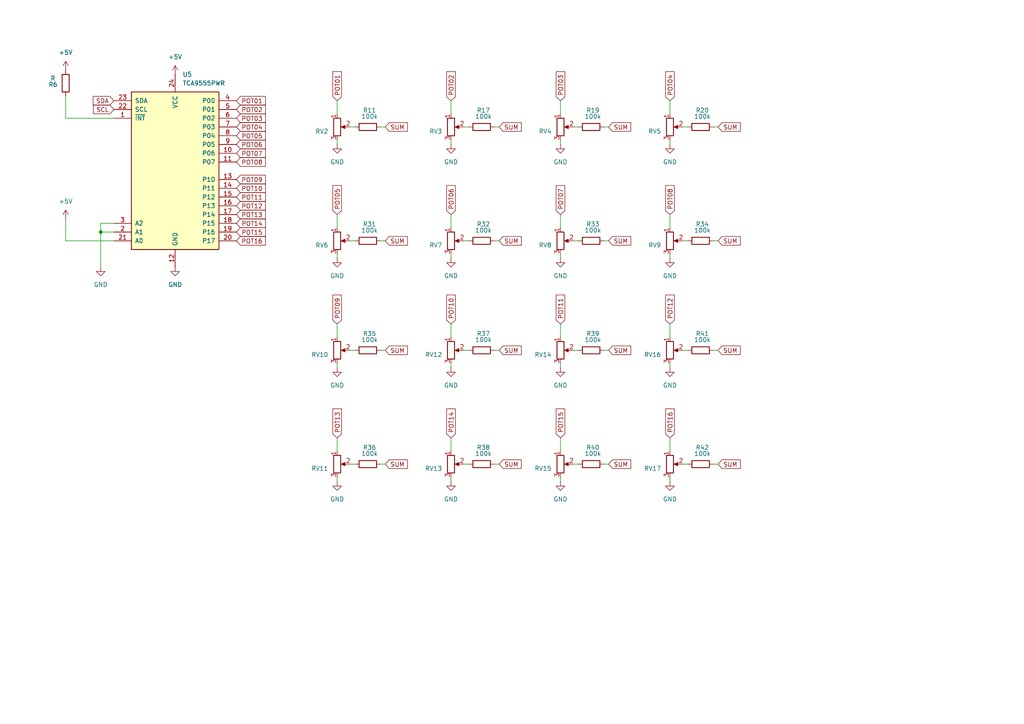
<source format=kicad_sch>
(kicad_sch
	(version 20250114)
	(generator "eeschema")
	(generator_version "9.0")
	(uuid "8a8e7560-a6f2-43da-8043-b5434d5a15c3")
	(paper "A4")
	(lib_symbols
		(symbol "Device:R"
			(pin_numbers
				(hide yes)
			)
			(pin_names
				(offset 0)
			)
			(exclude_from_sim no)
			(in_bom yes)
			(on_board yes)
			(property "Reference" "R"
				(at 2.032 0 90)
				(effects
					(font
						(size 1.27 1.27)
					)
				)
			)
			(property "Value" "R"
				(at 0 0 90)
				(effects
					(font
						(size 1.27 1.27)
					)
				)
			)
			(property "Footprint" ""
				(at -1.778 0 90)
				(effects
					(font
						(size 1.27 1.27)
					)
					(hide yes)
				)
			)
			(property "Datasheet" "~"
				(at 0 0 0)
				(effects
					(font
						(size 1.27 1.27)
					)
					(hide yes)
				)
			)
			(property "Description" "Resistor"
				(at 0 0 0)
				(effects
					(font
						(size 1.27 1.27)
					)
					(hide yes)
				)
			)
			(property "ki_keywords" "R res resistor"
				(at 0 0 0)
				(effects
					(font
						(size 1.27 1.27)
					)
					(hide yes)
				)
			)
			(property "ki_fp_filters" "R_*"
				(at 0 0 0)
				(effects
					(font
						(size 1.27 1.27)
					)
					(hide yes)
				)
			)
			(symbol "R_0_1"
				(rectangle
					(start -1.016 -2.54)
					(end 1.016 2.54)
					(stroke
						(width 0.254)
						(type default)
					)
					(fill
						(type none)
					)
				)
			)
			(symbol "R_1_1"
				(pin passive line
					(at 0 3.81 270)
					(length 1.27)
					(name "~"
						(effects
							(font
								(size 1.27 1.27)
							)
						)
					)
					(number "1"
						(effects
							(font
								(size 1.27 1.27)
							)
						)
					)
				)
				(pin passive line
					(at 0 -3.81 90)
					(length 1.27)
					(name "~"
						(effects
							(font
								(size 1.27 1.27)
							)
						)
					)
					(number "2"
						(effects
							(font
								(size 1.27 1.27)
							)
						)
					)
				)
			)
			(embedded_fonts no)
		)
		(symbol "Device:R_Potentiometer"
			(pin_names
				(offset 1.016)
				(hide yes)
			)
			(exclude_from_sim no)
			(in_bom yes)
			(on_board yes)
			(property "Reference" "RV"
				(at -4.445 0 90)
				(effects
					(font
						(size 1.27 1.27)
					)
				)
			)
			(property "Value" "R_Potentiometer"
				(at -2.54 0 90)
				(effects
					(font
						(size 1.27 1.27)
					)
				)
			)
			(property "Footprint" ""
				(at 0 0 0)
				(effects
					(font
						(size 1.27 1.27)
					)
					(hide yes)
				)
			)
			(property "Datasheet" "~"
				(at 0 0 0)
				(effects
					(font
						(size 1.27 1.27)
					)
					(hide yes)
				)
			)
			(property "Description" "Potentiometer"
				(at 0 0 0)
				(effects
					(font
						(size 1.27 1.27)
					)
					(hide yes)
				)
			)
			(property "ki_keywords" "resistor variable"
				(at 0 0 0)
				(effects
					(font
						(size 1.27 1.27)
					)
					(hide yes)
				)
			)
			(property "ki_fp_filters" "Potentiometer*"
				(at 0 0 0)
				(effects
					(font
						(size 1.27 1.27)
					)
					(hide yes)
				)
			)
			(symbol "R_Potentiometer_0_1"
				(rectangle
					(start 1.016 2.54)
					(end -1.016 -2.54)
					(stroke
						(width 0.254)
						(type default)
					)
					(fill
						(type none)
					)
				)
				(polyline
					(pts
						(xy 1.143 0) (xy 2.286 0.508) (xy 2.286 -0.508) (xy 1.143 0)
					)
					(stroke
						(width 0)
						(type default)
					)
					(fill
						(type outline)
					)
				)
				(polyline
					(pts
						(xy 2.54 0) (xy 1.524 0)
					)
					(stroke
						(width 0)
						(type default)
					)
					(fill
						(type none)
					)
				)
			)
			(symbol "R_Potentiometer_1_1"
				(pin passive line
					(at 0 3.81 270)
					(length 1.27)
					(name "1"
						(effects
							(font
								(size 1.27 1.27)
							)
						)
					)
					(number "1"
						(effects
							(font
								(size 1.27 1.27)
							)
						)
					)
				)
				(pin passive line
					(at 0 -3.81 90)
					(length 1.27)
					(name "3"
						(effects
							(font
								(size 1.27 1.27)
							)
						)
					)
					(number "3"
						(effects
							(font
								(size 1.27 1.27)
							)
						)
					)
				)
				(pin passive line
					(at 3.81 0 180)
					(length 1.27)
					(name "2"
						(effects
							(font
								(size 1.27 1.27)
							)
						)
					)
					(number "2"
						(effects
							(font
								(size 1.27 1.27)
							)
						)
					)
				)
			)
			(embedded_fonts no)
		)
		(symbol "Interface_Expansion:TCA9555PWR"
			(pin_names
				(offset 1.016)
			)
			(exclude_from_sim no)
			(in_bom yes)
			(on_board yes)
			(property "Reference" "U"
				(at -11.43 24.13 0)
				(effects
					(font
						(size 1.27 1.27)
					)
				)
			)
			(property "Value" "TCA9555PWR"
				(at 0 0 0)
				(effects
					(font
						(size 1.27 1.27)
					)
				)
			)
			(property "Footprint" "Package_SO:TSSOP-24_4.4x7.8mm_P0.65mm"
				(at 26.67 -25.4 0)
				(effects
					(font
						(size 1.27 1.27)
					)
					(hide yes)
				)
			)
			(property "Datasheet" "http://www.ti.com/lit/ds/symlink/tca9555.pdf"
				(at -12.7 22.86 0)
				(effects
					(font
						(size 1.27 1.27)
					)
					(hide yes)
				)
			)
			(property "Description" "16-bit I/O expander, I2C and SMBus interface, interrupts, w/ pull-ups, TSSOP-24 package"
				(at 0 0 0)
				(effects
					(font
						(size 1.27 1.27)
					)
					(hide yes)
				)
			)
			(property "ki_keywords" "ti parallel port"
				(at 0 0 0)
				(effects
					(font
						(size 1.27 1.27)
					)
					(hide yes)
				)
			)
			(property "ki_fp_filters" "TSSOP*4.4x7.8mm*P0.65mm*"
				(at 0 0 0)
				(effects
					(font
						(size 1.27 1.27)
					)
					(hide yes)
				)
			)
			(symbol "TCA9555PWR_0_1"
				(rectangle
					(start -12.7 22.86)
					(end 12.7 -22.86)
					(stroke
						(width 0.254)
						(type default)
					)
					(fill
						(type background)
					)
				)
			)
			(symbol "TCA9555PWR_1_1"
				(pin bidirectional line
					(at -17.78 20.32 0)
					(length 5.08)
					(name "SDA"
						(effects
							(font
								(size 1.27 1.27)
							)
						)
					)
					(number "23"
						(effects
							(font
								(size 1.27 1.27)
							)
						)
					)
				)
				(pin input line
					(at -17.78 17.78 0)
					(length 5.08)
					(name "SCL"
						(effects
							(font
								(size 1.27 1.27)
							)
						)
					)
					(number "22"
						(effects
							(font
								(size 1.27 1.27)
							)
						)
					)
				)
				(pin open_collector line
					(at -17.78 15.24 0)
					(length 5.08)
					(name "~{INT}"
						(effects
							(font
								(size 1.27 1.27)
							)
						)
					)
					(number "1"
						(effects
							(font
								(size 1.27 1.27)
							)
						)
					)
				)
				(pin input line
					(at -17.78 -15.24 0)
					(length 5.08)
					(name "A2"
						(effects
							(font
								(size 1.27 1.27)
							)
						)
					)
					(number "3"
						(effects
							(font
								(size 1.27 1.27)
							)
						)
					)
				)
				(pin input line
					(at -17.78 -17.78 0)
					(length 5.08)
					(name "A1"
						(effects
							(font
								(size 1.27 1.27)
							)
						)
					)
					(number "2"
						(effects
							(font
								(size 1.27 1.27)
							)
						)
					)
				)
				(pin input line
					(at -17.78 -20.32 0)
					(length 5.08)
					(name "A0"
						(effects
							(font
								(size 1.27 1.27)
							)
						)
					)
					(number "21"
						(effects
							(font
								(size 1.27 1.27)
							)
						)
					)
				)
				(pin power_in line
					(at 0 27.94 270)
					(length 5.08)
					(name "VCC"
						(effects
							(font
								(size 1.27 1.27)
							)
						)
					)
					(number "24"
						(effects
							(font
								(size 1.27 1.27)
							)
						)
					)
				)
				(pin power_in line
					(at 0 -27.94 90)
					(length 5.08)
					(name "GND"
						(effects
							(font
								(size 1.27 1.27)
							)
						)
					)
					(number "12"
						(effects
							(font
								(size 1.27 1.27)
							)
						)
					)
				)
				(pin bidirectional line
					(at 17.78 20.32 180)
					(length 5.08)
					(name "P00"
						(effects
							(font
								(size 1.27 1.27)
							)
						)
					)
					(number "4"
						(effects
							(font
								(size 1.27 1.27)
							)
						)
					)
				)
				(pin bidirectional line
					(at 17.78 17.78 180)
					(length 5.08)
					(name "P01"
						(effects
							(font
								(size 1.27 1.27)
							)
						)
					)
					(number "5"
						(effects
							(font
								(size 1.27 1.27)
							)
						)
					)
				)
				(pin bidirectional line
					(at 17.78 15.24 180)
					(length 5.08)
					(name "P02"
						(effects
							(font
								(size 1.27 1.27)
							)
						)
					)
					(number "6"
						(effects
							(font
								(size 1.27 1.27)
							)
						)
					)
				)
				(pin bidirectional line
					(at 17.78 12.7 180)
					(length 5.08)
					(name "P03"
						(effects
							(font
								(size 1.27 1.27)
							)
						)
					)
					(number "7"
						(effects
							(font
								(size 1.27 1.27)
							)
						)
					)
				)
				(pin bidirectional line
					(at 17.78 10.16 180)
					(length 5.08)
					(name "P04"
						(effects
							(font
								(size 1.27 1.27)
							)
						)
					)
					(number "8"
						(effects
							(font
								(size 1.27 1.27)
							)
						)
					)
				)
				(pin bidirectional line
					(at 17.78 7.62 180)
					(length 5.08)
					(name "P05"
						(effects
							(font
								(size 1.27 1.27)
							)
						)
					)
					(number "9"
						(effects
							(font
								(size 1.27 1.27)
							)
						)
					)
				)
				(pin bidirectional line
					(at 17.78 5.08 180)
					(length 5.08)
					(name "P06"
						(effects
							(font
								(size 1.27 1.27)
							)
						)
					)
					(number "10"
						(effects
							(font
								(size 1.27 1.27)
							)
						)
					)
				)
				(pin bidirectional line
					(at 17.78 2.54 180)
					(length 5.08)
					(name "P07"
						(effects
							(font
								(size 1.27 1.27)
							)
						)
					)
					(number "11"
						(effects
							(font
								(size 1.27 1.27)
							)
						)
					)
				)
				(pin bidirectional line
					(at 17.78 -2.54 180)
					(length 5.08)
					(name "P10"
						(effects
							(font
								(size 1.27 1.27)
							)
						)
					)
					(number "13"
						(effects
							(font
								(size 1.27 1.27)
							)
						)
					)
				)
				(pin bidirectional line
					(at 17.78 -5.08 180)
					(length 5.08)
					(name "P11"
						(effects
							(font
								(size 1.27 1.27)
							)
						)
					)
					(number "14"
						(effects
							(font
								(size 1.27 1.27)
							)
						)
					)
				)
				(pin bidirectional line
					(at 17.78 -7.62 180)
					(length 5.08)
					(name "P12"
						(effects
							(font
								(size 1.27 1.27)
							)
						)
					)
					(number "15"
						(effects
							(font
								(size 1.27 1.27)
							)
						)
					)
				)
				(pin bidirectional line
					(at 17.78 -10.16 180)
					(length 5.08)
					(name "P13"
						(effects
							(font
								(size 1.27 1.27)
							)
						)
					)
					(number "16"
						(effects
							(font
								(size 1.27 1.27)
							)
						)
					)
				)
				(pin bidirectional line
					(at 17.78 -12.7 180)
					(length 5.08)
					(name "P14"
						(effects
							(font
								(size 1.27 1.27)
							)
						)
					)
					(number "17"
						(effects
							(font
								(size 1.27 1.27)
							)
						)
					)
				)
				(pin bidirectional line
					(at 17.78 -15.24 180)
					(length 5.08)
					(name "P15"
						(effects
							(font
								(size 1.27 1.27)
							)
						)
					)
					(number "18"
						(effects
							(font
								(size 1.27 1.27)
							)
						)
					)
				)
				(pin bidirectional line
					(at 17.78 -17.78 180)
					(length 5.08)
					(name "P16"
						(effects
							(font
								(size 1.27 1.27)
							)
						)
					)
					(number "19"
						(effects
							(font
								(size 1.27 1.27)
							)
						)
					)
				)
				(pin bidirectional line
					(at 17.78 -20.32 180)
					(length 5.08)
					(name "P17"
						(effects
							(font
								(size 1.27 1.27)
							)
						)
					)
					(number "20"
						(effects
							(font
								(size 1.27 1.27)
							)
						)
					)
				)
			)
			(embedded_fonts no)
		)
		(symbol "power:+5V"
			(power)
			(pin_numbers
				(hide yes)
			)
			(pin_names
				(offset 0)
				(hide yes)
			)
			(exclude_from_sim no)
			(in_bom yes)
			(on_board yes)
			(property "Reference" "#PWR"
				(at 0 -3.81 0)
				(effects
					(font
						(size 1.27 1.27)
					)
					(hide yes)
				)
			)
			(property "Value" "+5V"
				(at 0 3.556 0)
				(effects
					(font
						(size 1.27 1.27)
					)
				)
			)
			(property "Footprint" ""
				(at 0 0 0)
				(effects
					(font
						(size 1.27 1.27)
					)
					(hide yes)
				)
			)
			(property "Datasheet" ""
				(at 0 0 0)
				(effects
					(font
						(size 1.27 1.27)
					)
					(hide yes)
				)
			)
			(property "Description" "Power symbol creates a global label with name \"+5V\""
				(at 0 0 0)
				(effects
					(font
						(size 1.27 1.27)
					)
					(hide yes)
				)
			)
			(property "ki_keywords" "global power"
				(at 0 0 0)
				(effects
					(font
						(size 1.27 1.27)
					)
					(hide yes)
				)
			)
			(symbol "+5V_0_1"
				(polyline
					(pts
						(xy -0.762 1.27) (xy 0 2.54)
					)
					(stroke
						(width 0)
						(type default)
					)
					(fill
						(type none)
					)
				)
				(polyline
					(pts
						(xy 0 2.54) (xy 0.762 1.27)
					)
					(stroke
						(width 0)
						(type default)
					)
					(fill
						(type none)
					)
				)
				(polyline
					(pts
						(xy 0 0) (xy 0 2.54)
					)
					(stroke
						(width 0)
						(type default)
					)
					(fill
						(type none)
					)
				)
			)
			(symbol "+5V_1_1"
				(pin power_in line
					(at 0 0 90)
					(length 0)
					(name "~"
						(effects
							(font
								(size 1.27 1.27)
							)
						)
					)
					(number "1"
						(effects
							(font
								(size 1.27 1.27)
							)
						)
					)
				)
			)
			(embedded_fonts no)
		)
		(symbol "power:GND"
			(power)
			(pin_numbers
				(hide yes)
			)
			(pin_names
				(offset 0)
				(hide yes)
			)
			(exclude_from_sim no)
			(in_bom yes)
			(on_board yes)
			(property "Reference" "#PWR"
				(at 0 -6.35 0)
				(effects
					(font
						(size 1.27 1.27)
					)
					(hide yes)
				)
			)
			(property "Value" "GND"
				(at 0 -3.81 0)
				(effects
					(font
						(size 1.27 1.27)
					)
				)
			)
			(property "Footprint" ""
				(at 0 0 0)
				(effects
					(font
						(size 1.27 1.27)
					)
					(hide yes)
				)
			)
			(property "Datasheet" ""
				(at 0 0 0)
				(effects
					(font
						(size 1.27 1.27)
					)
					(hide yes)
				)
			)
			(property "Description" "Power symbol creates a global label with name \"GND\" , ground"
				(at 0 0 0)
				(effects
					(font
						(size 1.27 1.27)
					)
					(hide yes)
				)
			)
			(property "ki_keywords" "global power"
				(at 0 0 0)
				(effects
					(font
						(size 1.27 1.27)
					)
					(hide yes)
				)
			)
			(symbol "GND_0_1"
				(polyline
					(pts
						(xy 0 0) (xy 0 -1.27) (xy 1.27 -1.27) (xy 0 -2.54) (xy -1.27 -1.27) (xy 0 -1.27)
					)
					(stroke
						(width 0)
						(type default)
					)
					(fill
						(type none)
					)
				)
			)
			(symbol "GND_1_1"
				(pin power_in line
					(at 0 0 270)
					(length 0)
					(name "~"
						(effects
							(font
								(size 1.27 1.27)
							)
						)
					)
					(number "1"
						(effects
							(font
								(size 1.27 1.27)
							)
						)
					)
				)
			)
			(embedded_fonts no)
		)
	)
	(junction
		(at 29.21 67.31)
		(diameter 0)
		(color 0 0 0 0)
		(uuid "7124ccaf-3f5b-4177-b275-64019b7ecc41")
	)
	(wire
		(pts
			(xy 135.89 69.85) (xy 134.62 69.85)
		)
		(stroke
			(width 0)
			(type default)
		)
		(uuid "01173887-a590-4ec4-8dad-bcb72684b9b8")
	)
	(wire
		(pts
			(xy 162.56 74.93) (xy 162.56 73.66)
		)
		(stroke
			(width 0)
			(type default)
		)
		(uuid "012bd54e-53c7-498b-9f3b-b04070e1af3d")
	)
	(wire
		(pts
			(xy 111.76 101.6) (xy 110.49 101.6)
		)
		(stroke
			(width 0)
			(type default)
		)
		(uuid "08632809-e1a4-4aea-8e29-ed25702cbb84")
	)
	(wire
		(pts
			(xy 167.64 134.62) (xy 166.37 134.62)
		)
		(stroke
			(width 0)
			(type default)
		)
		(uuid "0bfe556c-11f4-4304-87a5-8e06bdb83613")
	)
	(wire
		(pts
			(xy 97.79 62.23) (xy 97.79 66.04)
		)
		(stroke
			(width 0)
			(type default)
		)
		(uuid "0dc11c9a-2e60-4efb-bc19-e0389da80680")
	)
	(wire
		(pts
			(xy 102.87 134.62) (xy 101.6 134.62)
		)
		(stroke
			(width 0)
			(type default)
		)
		(uuid "18db870e-5304-4dc5-a88e-87fa87746dcf")
	)
	(wire
		(pts
			(xy 162.56 127) (xy 162.56 130.81)
		)
		(stroke
			(width 0)
			(type default)
		)
		(uuid "1e2a4e3c-dd8d-496a-85c4-80da618bf415")
	)
	(wire
		(pts
			(xy 97.79 139.7) (xy 97.79 138.43)
		)
		(stroke
			(width 0)
			(type default)
		)
		(uuid "1e3a8950-b356-4f2c-b9b7-5d3da78aa667")
	)
	(wire
		(pts
			(xy 208.28 69.85) (xy 207.01 69.85)
		)
		(stroke
			(width 0)
			(type default)
		)
		(uuid "1ed557bc-1092-4a8c-8b63-a2ef6650ad0e")
	)
	(wire
		(pts
			(xy 194.31 74.93) (xy 194.31 73.66)
		)
		(stroke
			(width 0)
			(type default)
		)
		(uuid "20dbd255-5e55-4a8c-911a-dd7065c7ee61")
	)
	(wire
		(pts
			(xy 199.39 36.83) (xy 198.12 36.83)
		)
		(stroke
			(width 0)
			(type default)
		)
		(uuid "263f16db-5a2f-4ada-88c8-a3cc832ac336")
	)
	(wire
		(pts
			(xy 97.79 106.68) (xy 97.79 105.41)
		)
		(stroke
			(width 0)
			(type default)
		)
		(uuid "2d984aa0-493a-4ee1-a01d-832ea10fe1a0")
	)
	(wire
		(pts
			(xy 194.31 139.7) (xy 194.31 138.43)
		)
		(stroke
			(width 0)
			(type default)
		)
		(uuid "31d90485-9139-4f87-ab9b-b2c46591092b")
	)
	(wire
		(pts
			(xy 167.64 36.83) (xy 166.37 36.83)
		)
		(stroke
			(width 0)
			(type default)
		)
		(uuid "3a69a958-02cc-4232-b000-a1efc8e0d0b5")
	)
	(wire
		(pts
			(xy 97.79 29.21) (xy 97.79 33.02)
		)
		(stroke
			(width 0)
			(type default)
		)
		(uuid "3cc1115a-0adc-4d8e-822f-2abb26fa36e4")
	)
	(wire
		(pts
			(xy 130.81 93.98) (xy 130.81 97.79)
		)
		(stroke
			(width 0)
			(type default)
		)
		(uuid "3d1b2834-3865-4225-8df9-51944d5b6380")
	)
	(wire
		(pts
			(xy 33.02 34.29) (xy 19.05 34.29)
		)
		(stroke
			(width 0)
			(type default)
		)
		(uuid "42a66211-296c-4781-a8e6-ad8531f56adb")
	)
	(wire
		(pts
			(xy 208.28 36.83) (xy 207.01 36.83)
		)
		(stroke
			(width 0)
			(type default)
		)
		(uuid "43e72b24-23a1-405f-9946-a7deb8780547")
	)
	(wire
		(pts
			(xy 111.76 36.83) (xy 110.49 36.83)
		)
		(stroke
			(width 0)
			(type default)
		)
		(uuid "470bc251-a10f-4f95-a0c6-af460abd945b")
	)
	(wire
		(pts
			(xy 162.56 93.98) (xy 162.56 97.79)
		)
		(stroke
			(width 0)
			(type default)
		)
		(uuid "4c76ded9-d1f4-44d1-ae12-3421c7039178")
	)
	(wire
		(pts
			(xy 208.28 134.62) (xy 207.01 134.62)
		)
		(stroke
			(width 0)
			(type default)
		)
		(uuid "4d6449fc-3066-4c8c-891b-475062ff1f2e")
	)
	(wire
		(pts
			(xy 111.76 69.85) (xy 110.49 69.85)
		)
		(stroke
			(width 0)
			(type default)
		)
		(uuid "4eaf8180-ee14-43cb-a3f3-d15f29dd0f46")
	)
	(wire
		(pts
			(xy 33.02 64.77) (xy 29.21 64.77)
		)
		(stroke
			(width 0)
			(type default)
		)
		(uuid "4fdda2aa-625b-40a3-9793-49f2b7270a92")
	)
	(wire
		(pts
			(xy 111.76 134.62) (xy 110.49 134.62)
		)
		(stroke
			(width 0)
			(type default)
		)
		(uuid "512d79a8-b35f-4f98-ac98-7be2fe147282")
	)
	(wire
		(pts
			(xy 29.21 67.31) (xy 29.21 77.47)
		)
		(stroke
			(width 0)
			(type default)
		)
		(uuid "53494b9b-3de2-4a1a-9775-c2f86c157608")
	)
	(wire
		(pts
			(xy 130.81 139.7) (xy 130.81 138.43)
		)
		(stroke
			(width 0)
			(type default)
		)
		(uuid "5a65147a-3943-4af4-9a52-4383a0b183a1")
	)
	(wire
		(pts
			(xy 135.89 36.83) (xy 134.62 36.83)
		)
		(stroke
			(width 0)
			(type default)
		)
		(uuid "5fb3ae07-4074-4004-b107-ae0c29ff8c63")
	)
	(wire
		(pts
			(xy 144.78 101.6) (xy 143.51 101.6)
		)
		(stroke
			(width 0)
			(type default)
		)
		(uuid "613909f8-100b-463d-9e2a-1aa8e19dc0c2")
	)
	(wire
		(pts
			(xy 130.81 62.23) (xy 130.81 66.04)
		)
		(stroke
			(width 0)
			(type default)
		)
		(uuid "61ac04b2-dd90-469f-bcc5-d8b815165a9c")
	)
	(wire
		(pts
			(xy 199.39 69.85) (xy 198.12 69.85)
		)
		(stroke
			(width 0)
			(type default)
		)
		(uuid "6303d50b-f035-4459-b0e1-9ed578f267e3")
	)
	(wire
		(pts
			(xy 130.81 74.93) (xy 130.81 73.66)
		)
		(stroke
			(width 0)
			(type default)
		)
		(uuid "63079ba0-5311-4a67-80f8-9b7dbbc2743c")
	)
	(wire
		(pts
			(xy 135.89 101.6) (xy 134.62 101.6)
		)
		(stroke
			(width 0)
			(type default)
		)
		(uuid "6382d81d-9515-4bcf-820e-e6dfb244e49f")
	)
	(wire
		(pts
			(xy 130.81 106.68) (xy 130.81 105.41)
		)
		(stroke
			(width 0)
			(type default)
		)
		(uuid "6c0dc46a-aab2-4ee6-be1f-c5ebd3c1d80a")
	)
	(wire
		(pts
			(xy 102.87 69.85) (xy 101.6 69.85)
		)
		(stroke
			(width 0)
			(type default)
		)
		(uuid "741d732a-511f-4128-a1f4-1865da89894f")
	)
	(wire
		(pts
			(xy 162.56 106.68) (xy 162.56 105.41)
		)
		(stroke
			(width 0)
			(type default)
		)
		(uuid "769322a5-6de7-4a43-bab6-724f8e1900be")
	)
	(wire
		(pts
			(xy 162.56 29.21) (xy 162.56 33.02)
		)
		(stroke
			(width 0)
			(type default)
		)
		(uuid "7979de03-4dd1-4c19-9b30-90726eec9029")
	)
	(wire
		(pts
			(xy 130.81 29.21) (xy 130.81 33.02)
		)
		(stroke
			(width 0)
			(type default)
		)
		(uuid "7e979c14-a9b8-4ab5-89d3-d44a06f8484b")
	)
	(wire
		(pts
			(xy 33.02 69.85) (xy 19.05 69.85)
		)
		(stroke
			(width 0)
			(type default)
		)
		(uuid "8af112ee-b064-4c21-bb67-685405b61104")
	)
	(wire
		(pts
			(xy 144.78 36.83) (xy 143.51 36.83)
		)
		(stroke
			(width 0)
			(type default)
		)
		(uuid "8d5eb0bb-bd89-4d61-ac58-5a920c418c86")
	)
	(wire
		(pts
			(xy 97.79 41.91) (xy 97.79 40.64)
		)
		(stroke
			(width 0)
			(type default)
		)
		(uuid "91cc4b1a-6e92-468e-8d8a-ba4e69e4e99e")
	)
	(wire
		(pts
			(xy 194.31 127) (xy 194.31 130.81)
		)
		(stroke
			(width 0)
			(type default)
		)
		(uuid "9295dbf1-4640-459a-84ab-48ddbbeff14f")
	)
	(wire
		(pts
			(xy 144.78 69.85) (xy 143.51 69.85)
		)
		(stroke
			(width 0)
			(type default)
		)
		(uuid "990abd1c-1be6-479d-8fe4-c8723a5a9a31")
	)
	(wire
		(pts
			(xy 194.31 93.98) (xy 194.31 97.79)
		)
		(stroke
			(width 0)
			(type default)
		)
		(uuid "999d5727-fc67-425e-8a32-465225cdae80")
	)
	(wire
		(pts
			(xy 194.31 41.91) (xy 194.31 40.64)
		)
		(stroke
			(width 0)
			(type default)
		)
		(uuid "9b036fed-96ad-4a97-8c26-29766e007622")
	)
	(wire
		(pts
			(xy 162.56 139.7) (xy 162.56 138.43)
		)
		(stroke
			(width 0)
			(type default)
		)
		(uuid "9f0de03c-7c09-4dd8-b204-96d84b263c62")
	)
	(wire
		(pts
			(xy 97.79 93.98) (xy 97.79 97.79)
		)
		(stroke
			(width 0)
			(type default)
		)
		(uuid "a07970f3-f13e-406f-a709-1284b6d1ab33")
	)
	(wire
		(pts
			(xy 130.81 41.91) (xy 130.81 40.64)
		)
		(stroke
			(width 0)
			(type default)
		)
		(uuid "a2613a90-937f-42f1-af50-b5e7be3498ec")
	)
	(wire
		(pts
			(xy 176.53 69.85) (xy 175.26 69.85)
		)
		(stroke
			(width 0)
			(type default)
		)
		(uuid "a5a2eb44-e555-418d-8372-a61a971559ce")
	)
	(wire
		(pts
			(xy 19.05 63.5) (xy 19.05 69.85)
		)
		(stroke
			(width 0)
			(type default)
		)
		(uuid "a63a859d-ad8e-44fa-ae16-4367f3aa1be2")
	)
	(wire
		(pts
			(xy 102.87 36.83) (xy 101.6 36.83)
		)
		(stroke
			(width 0)
			(type default)
		)
		(uuid "a8fe6399-770a-48ae-a2b1-51bc42299258")
	)
	(wire
		(pts
			(xy 194.31 106.68) (xy 194.31 105.41)
		)
		(stroke
			(width 0)
			(type default)
		)
		(uuid "b0d602cb-6e98-455a-8739-979c206faa8a")
	)
	(wire
		(pts
			(xy 135.89 134.62) (xy 134.62 134.62)
		)
		(stroke
			(width 0)
			(type default)
		)
		(uuid "b2342db6-7c43-47f2-a07a-26052c29a18c")
	)
	(wire
		(pts
			(xy 194.31 62.23) (xy 194.31 66.04)
		)
		(stroke
			(width 0)
			(type default)
		)
		(uuid "b2b2695a-1860-4952-b947-d5e7b6ce18b8")
	)
	(wire
		(pts
			(xy 102.87 101.6) (xy 101.6 101.6)
		)
		(stroke
			(width 0)
			(type default)
		)
		(uuid "bc4fe33a-1bee-4867-b5e6-bc186a7a262a")
	)
	(wire
		(pts
			(xy 97.79 127) (xy 97.79 130.81)
		)
		(stroke
			(width 0)
			(type default)
		)
		(uuid "be0b55de-ecfe-4572-a6d2-db799c83830e")
	)
	(wire
		(pts
			(xy 162.56 62.23) (xy 162.56 66.04)
		)
		(stroke
			(width 0)
			(type default)
		)
		(uuid "c1580e16-97f7-40c4-ae3d-d0b1dd9a0ab7")
	)
	(wire
		(pts
			(xy 199.39 101.6) (xy 198.12 101.6)
		)
		(stroke
			(width 0)
			(type default)
		)
		(uuid "c63b73c1-cd04-4448-9644-a356697ca467")
	)
	(wire
		(pts
			(xy 97.79 74.93) (xy 97.79 73.66)
		)
		(stroke
			(width 0)
			(type default)
		)
		(uuid "cae4c155-4000-4593-b012-89517947a671")
	)
	(wire
		(pts
			(xy 19.05 34.29) (xy 19.05 27.94)
		)
		(stroke
			(width 0)
			(type default)
		)
		(uuid "cb30f56e-edd6-4d8a-9f64-5e92d677accb")
	)
	(wire
		(pts
			(xy 167.64 69.85) (xy 166.37 69.85)
		)
		(stroke
			(width 0)
			(type default)
		)
		(uuid "cb4bc38b-a400-4fe8-9651-8244573e3036")
	)
	(wire
		(pts
			(xy 176.53 101.6) (xy 175.26 101.6)
		)
		(stroke
			(width 0)
			(type default)
		)
		(uuid "cc775ef3-1c57-4b1f-837b-64760a59474a")
	)
	(wire
		(pts
			(xy 29.21 67.31) (xy 33.02 67.31)
		)
		(stroke
			(width 0)
			(type default)
		)
		(uuid "cc7c3899-3546-4839-bfd9-354a1be3da03")
	)
	(wire
		(pts
			(xy 176.53 36.83) (xy 175.26 36.83)
		)
		(stroke
			(width 0)
			(type default)
		)
		(uuid "e43ec6d4-95f9-4295-ab9a-093e146bb8b6")
	)
	(wire
		(pts
			(xy 29.21 64.77) (xy 29.21 67.31)
		)
		(stroke
			(width 0)
			(type default)
		)
		(uuid "ecc9124c-8450-4690-97fe-7b9f2a8c8932")
	)
	(wire
		(pts
			(xy 176.53 134.62) (xy 175.26 134.62)
		)
		(stroke
			(width 0)
			(type default)
		)
		(uuid "f16cf9f6-0b0b-4c85-9315-7c23892136d5")
	)
	(wire
		(pts
			(xy 130.81 127) (xy 130.81 130.81)
		)
		(stroke
			(width 0)
			(type default)
		)
		(uuid "f25ad427-c894-4ef0-a324-dae589dbb4a5")
	)
	(wire
		(pts
			(xy 208.28 101.6) (xy 207.01 101.6)
		)
		(stroke
			(width 0)
			(type default)
		)
		(uuid "f2728b29-f2e0-4d08-9c63-d2d385545ff5")
	)
	(wire
		(pts
			(xy 194.31 29.21) (xy 194.31 33.02)
		)
		(stroke
			(width 0)
			(type default)
		)
		(uuid "f4ffbbc7-1c31-489f-ab35-b89fde639d71")
	)
	(wire
		(pts
			(xy 144.78 134.62) (xy 143.51 134.62)
		)
		(stroke
			(width 0)
			(type default)
		)
		(uuid "f548a213-01ce-4cdd-a975-bead50a132e3")
	)
	(wire
		(pts
			(xy 167.64 101.6) (xy 166.37 101.6)
		)
		(stroke
			(width 0)
			(type default)
		)
		(uuid "f7ad10dd-2384-4bab-ba0e-35fb1079541b")
	)
	(wire
		(pts
			(xy 199.39 134.62) (xy 198.12 134.62)
		)
		(stroke
			(width 0)
			(type default)
		)
		(uuid "f80d38c0-fb92-4b52-9c1a-8d7c33a3bd1c")
	)
	(wire
		(pts
			(xy 162.56 41.91) (xy 162.56 40.64)
		)
		(stroke
			(width 0)
			(type default)
		)
		(uuid "f8d1d8dd-5c44-44cd-bf8f-f98ab6907834")
	)
	(global_label "POT15"
		(shape input)
		(at 162.56 127 90)
		(fields_autoplaced yes)
		(effects
			(font
				(size 1.27 1.27)
			)
			(justify left)
		)
		(uuid "0b6a555d-d928-4b67-a717-0ff8ccdf1950")
		(property "Intersheetrefs" "${INTERSHEET_REFS}"
			(at 162.56 118.0277 90)
			(effects
				(font
					(size 1.27 1.27)
				)
				(justify left)
				(hide yes)
			)
		)
	)
	(global_label "SUM"
		(shape input)
		(at 111.76 36.83 0)
		(fields_autoplaced yes)
		(effects
			(font
				(size 1.27 1.27)
			)
			(justify left)
		)
		(uuid "0ba2fb57-1a52-4cb3-8e68-b0d89dc18bb8")
		(property "Intersheetrefs" "${INTERSHEET_REFS}"
			(at 118.7366 36.83 0)
			(effects
				(font
					(size 1.27 1.27)
				)
				(justify left)
				(hide yes)
			)
		)
	)
	(global_label "POT12"
		(shape input)
		(at 194.31 93.98 90)
		(fields_autoplaced yes)
		(effects
			(font
				(size 1.27 1.27)
			)
			(justify left)
		)
		(uuid "0cdf33fc-0df5-4708-9433-a5d95a13ae8d")
		(property "Intersheetrefs" "${INTERSHEET_REFS}"
			(at 194.31 85.0077 90)
			(effects
				(font
					(size 1.27 1.27)
				)
				(justify left)
				(hide yes)
			)
		)
	)
	(global_label "SUM"
		(shape input)
		(at 111.76 69.85 0)
		(fields_autoplaced yes)
		(effects
			(font
				(size 1.27 1.27)
			)
			(justify left)
		)
		(uuid "0d2257ed-f260-46af-b617-aa4af6ca21d9")
		(property "Intersheetrefs" "${INTERSHEET_REFS}"
			(at 118.7366 69.85 0)
			(effects
				(font
					(size 1.27 1.27)
				)
				(justify left)
				(hide yes)
			)
		)
	)
	(global_label "SUM"
		(shape input)
		(at 144.78 101.6 0)
		(fields_autoplaced yes)
		(effects
			(font
				(size 1.27 1.27)
			)
			(justify left)
		)
		(uuid "12eb3e43-864b-4ddb-8c9e-5b7f426ac6ab")
		(property "Intersheetrefs" "${INTERSHEET_REFS}"
			(at 151.7566 101.6 0)
			(effects
				(font
					(size 1.27 1.27)
				)
				(justify left)
				(hide yes)
			)
		)
	)
	(global_label "POT01"
		(shape input)
		(at 97.79 29.21 90)
		(fields_autoplaced yes)
		(effects
			(font
				(size 1.27 1.27)
			)
			(justify left)
		)
		(uuid "15976170-f3f8-40ae-92c2-70bf73ffbc74")
		(property "Intersheetrefs" "${INTERSHEET_REFS}"
			(at 97.79 20.2377 90)
			(effects
				(font
					(size 1.27 1.27)
				)
				(justify left)
				(hide yes)
			)
		)
	)
	(global_label "SUM"
		(shape input)
		(at 111.76 134.62 0)
		(fields_autoplaced yes)
		(effects
			(font
				(size 1.27 1.27)
			)
			(justify left)
		)
		(uuid "17293298-66bd-484a-b907-905859241529")
		(property "Intersheetrefs" "${INTERSHEET_REFS}"
			(at 118.7366 134.62 0)
			(effects
				(font
					(size 1.27 1.27)
				)
				(justify left)
				(hide yes)
			)
		)
	)
	(global_label "POT04"
		(shape input)
		(at 68.58 36.83 0)
		(fields_autoplaced yes)
		(effects
			(font
				(size 1.27 1.27)
			)
			(justify left)
		)
		(uuid "190d7be0-49b0-49db-a0f5-277bc23e3719")
		(property "Intersheetrefs" "${INTERSHEET_REFS}"
			(at 77.5523 36.83 0)
			(effects
				(font
					(size 1.27 1.27)
				)
				(justify left)
				(hide yes)
			)
		)
	)
	(global_label "SUM"
		(shape input)
		(at 208.28 36.83 0)
		(fields_autoplaced yes)
		(effects
			(font
				(size 1.27 1.27)
			)
			(justify left)
		)
		(uuid "1b4627d3-6e2a-41cf-a0b9-b66bc3adc2c9")
		(property "Intersheetrefs" "${INTERSHEET_REFS}"
			(at 215.2566 36.83 0)
			(effects
				(font
					(size 1.27 1.27)
				)
				(justify left)
				(hide yes)
			)
		)
	)
	(global_label "SUM"
		(shape input)
		(at 176.53 101.6 0)
		(fields_autoplaced yes)
		(effects
			(font
				(size 1.27 1.27)
			)
			(justify left)
		)
		(uuid "1eca9999-dda7-4bcf-9a7b-d08a640547db")
		(property "Intersheetrefs" "${INTERSHEET_REFS}"
			(at 183.5066 101.6 0)
			(effects
				(font
					(size 1.27 1.27)
				)
				(justify left)
				(hide yes)
			)
		)
	)
	(global_label "POT08"
		(shape input)
		(at 194.31 62.23 90)
		(fields_autoplaced yes)
		(effects
			(font
				(size 1.27 1.27)
			)
			(justify left)
		)
		(uuid "2650ec7d-02ef-4be2-9787-8fa10fbad48b")
		(property "Intersheetrefs" "${INTERSHEET_REFS}"
			(at 194.31 53.2577 90)
			(effects
				(font
					(size 1.27 1.27)
				)
				(justify left)
				(hide yes)
			)
		)
	)
	(global_label "POT10"
		(shape input)
		(at 130.81 93.98 90)
		(fields_autoplaced yes)
		(effects
			(font
				(size 1.27 1.27)
			)
			(justify left)
		)
		(uuid "35e26955-c36f-4e1b-8ad4-0d68ecc1b04b")
		(property "Intersheetrefs" "${INTERSHEET_REFS}"
			(at 130.81 85.0077 90)
			(effects
				(font
					(size 1.27 1.27)
				)
				(justify left)
				(hide yes)
			)
		)
	)
	(global_label "POT12"
		(shape input)
		(at 68.58 59.69 0)
		(fields_autoplaced yes)
		(effects
			(font
				(size 1.27 1.27)
			)
			(justify left)
		)
		(uuid "381ae37b-b2df-4eb0-84e6-41c5fbc5f2a9")
		(property "Intersheetrefs" "${INTERSHEET_REFS}"
			(at 77.5523 59.69 0)
			(effects
				(font
					(size 1.27 1.27)
				)
				(justify left)
				(hide yes)
			)
		)
	)
	(global_label "POT14"
		(shape input)
		(at 68.58 64.77 0)
		(fields_autoplaced yes)
		(effects
			(font
				(size 1.27 1.27)
			)
			(justify left)
		)
		(uuid "49f85b40-4f37-4fa4-b309-e8f0f581031e")
		(property "Intersheetrefs" "${INTERSHEET_REFS}"
			(at 77.5523 64.77 0)
			(effects
				(font
					(size 1.27 1.27)
				)
				(justify left)
				(hide yes)
			)
		)
	)
	(global_label "POT06"
		(shape input)
		(at 130.81 62.23 90)
		(fields_autoplaced yes)
		(effects
			(font
				(size 1.27 1.27)
			)
			(justify left)
		)
		(uuid "4b7aa902-4aae-4921-acc4-b57bc5ce2703")
		(property "Intersheetrefs" "${INTERSHEET_REFS}"
			(at 130.81 53.2577 90)
			(effects
				(font
					(size 1.27 1.27)
				)
				(justify left)
				(hide yes)
			)
		)
	)
	(global_label "POT14"
		(shape input)
		(at 130.81 127 90)
		(fields_autoplaced yes)
		(effects
			(font
				(size 1.27 1.27)
			)
			(justify left)
		)
		(uuid "4f9c4d06-714e-4d59-811f-1dfb245c3e07")
		(property "Intersheetrefs" "${INTERSHEET_REFS}"
			(at 130.81 118.0277 90)
			(effects
				(font
					(size 1.27 1.27)
				)
				(justify left)
				(hide yes)
			)
		)
	)
	(global_label "POT16"
		(shape input)
		(at 194.31 127 90)
		(fields_autoplaced yes)
		(effects
			(font
				(size 1.27 1.27)
			)
			(justify left)
		)
		(uuid "5486cc72-a15a-4a60-a814-58705f809e77")
		(property "Intersheetrefs" "${INTERSHEET_REFS}"
			(at 194.31 118.0277 90)
			(effects
				(font
					(size 1.27 1.27)
				)
				(justify left)
				(hide yes)
			)
		)
	)
	(global_label "POT03"
		(shape input)
		(at 162.56 29.21 90)
		(fields_autoplaced yes)
		(effects
			(font
				(size 1.27 1.27)
			)
			(justify left)
		)
		(uuid "5f431494-c3d7-4ffd-ab84-2de3026b540a")
		(property "Intersheetrefs" "${INTERSHEET_REFS}"
			(at 162.56 20.2377 90)
			(effects
				(font
					(size 1.27 1.27)
				)
				(justify left)
				(hide yes)
			)
		)
	)
	(global_label "POT09"
		(shape input)
		(at 97.79 93.98 90)
		(fields_autoplaced yes)
		(effects
			(font
				(size 1.27 1.27)
			)
			(justify left)
		)
		(uuid "5f75e0be-99a3-4b7a-b91c-629b01c96b43")
		(property "Intersheetrefs" "${INTERSHEET_REFS}"
			(at 97.79 85.0077 90)
			(effects
				(font
					(size 1.27 1.27)
				)
				(justify left)
				(hide yes)
			)
		)
	)
	(global_label "POT04"
		(shape input)
		(at 194.31 29.21 90)
		(fields_autoplaced yes)
		(effects
			(font
				(size 1.27 1.27)
			)
			(justify left)
		)
		(uuid "663ee460-7a85-49d0-ad1a-1924286de504")
		(property "Intersheetrefs" "${INTERSHEET_REFS}"
			(at 194.31 20.2377 90)
			(effects
				(font
					(size 1.27 1.27)
				)
				(justify left)
				(hide yes)
			)
		)
	)
	(global_label "POT11"
		(shape input)
		(at 68.58 57.15 0)
		(fields_autoplaced yes)
		(effects
			(font
				(size 1.27 1.27)
			)
			(justify left)
		)
		(uuid "66859491-d9f7-4c6b-8851-9a12da2dfdfe")
		(property "Intersheetrefs" "${INTERSHEET_REFS}"
			(at 77.5523 57.15 0)
			(effects
				(font
					(size 1.27 1.27)
				)
				(justify left)
				(hide yes)
			)
		)
	)
	(global_label "SUM"
		(shape input)
		(at 111.76 101.6 0)
		(fields_autoplaced yes)
		(effects
			(font
				(size 1.27 1.27)
			)
			(justify left)
		)
		(uuid "69751510-e968-4ae3-bf53-6231a95bddf1")
		(property "Intersheetrefs" "${INTERSHEET_REFS}"
			(at 118.7366 101.6 0)
			(effects
				(font
					(size 1.27 1.27)
				)
				(justify left)
				(hide yes)
			)
		)
	)
	(global_label "POT02"
		(shape input)
		(at 68.58 31.75 0)
		(fields_autoplaced yes)
		(effects
			(font
				(size 1.27 1.27)
			)
			(justify left)
		)
		(uuid "77396852-a503-450c-b25a-85248b6efcc5")
		(property "Intersheetrefs" "${INTERSHEET_REFS}"
			(at 77.5523 31.75 0)
			(effects
				(font
					(size 1.27 1.27)
				)
				(justify left)
				(hide yes)
			)
		)
	)
	(global_label "POT01"
		(shape input)
		(at 68.58 29.21 0)
		(fields_autoplaced yes)
		(effects
			(font
				(size 1.27 1.27)
			)
			(justify left)
		)
		(uuid "8111c3db-9052-48c7-b6da-b3cd17988c6b")
		(property "Intersheetrefs" "${INTERSHEET_REFS}"
			(at 77.5523 29.21 0)
			(effects
				(font
					(size 1.27 1.27)
				)
				(justify left)
				(hide yes)
			)
		)
	)
	(global_label "POT02"
		(shape input)
		(at 130.81 29.21 90)
		(fields_autoplaced yes)
		(effects
			(font
				(size 1.27 1.27)
			)
			(justify left)
		)
		(uuid "84989493-df75-4180-b461-4f140d3d2532")
		(property "Intersheetrefs" "${INTERSHEET_REFS}"
			(at 130.81 20.2377 90)
			(effects
				(font
					(size 1.27 1.27)
				)
				(justify left)
				(hide yes)
			)
		)
	)
	(global_label "POT16"
		(shape input)
		(at 68.58 69.85 0)
		(fields_autoplaced yes)
		(effects
			(font
				(size 1.27 1.27)
			)
			(justify left)
		)
		(uuid "8ad98008-2802-4ad3-91cf-4fa814b9a48b")
		(property "Intersheetrefs" "${INTERSHEET_REFS}"
			(at 77.5523 69.85 0)
			(effects
				(font
					(size 1.27 1.27)
				)
				(justify left)
				(hide yes)
			)
		)
	)
	(global_label "SUM"
		(shape input)
		(at 208.28 134.62 0)
		(fields_autoplaced yes)
		(effects
			(font
				(size 1.27 1.27)
			)
			(justify left)
		)
		(uuid "8f0d1a30-2786-4c33-b20e-70d33493d2e2")
		(property "Intersheetrefs" "${INTERSHEET_REFS}"
			(at 215.2566 134.62 0)
			(effects
				(font
					(size 1.27 1.27)
				)
				(justify left)
				(hide yes)
			)
		)
	)
	(global_label "POT07"
		(shape input)
		(at 162.56 62.23 90)
		(fields_autoplaced yes)
		(effects
			(font
				(size 1.27 1.27)
			)
			(justify left)
		)
		(uuid "92da4ca4-88ce-4580-84ab-5be0506f9ecf")
		(property "Intersheetrefs" "${INTERSHEET_REFS}"
			(at 162.56 53.2577 90)
			(effects
				(font
					(size 1.27 1.27)
				)
				(justify left)
				(hide yes)
			)
		)
	)
	(global_label "POT05"
		(shape input)
		(at 68.58 39.37 0)
		(fields_autoplaced yes)
		(effects
			(font
				(size 1.27 1.27)
			)
			(justify left)
		)
		(uuid "9421f6f1-dc2c-4cee-bb9d-7349f58e1bfb")
		(property "Intersheetrefs" "${INTERSHEET_REFS}"
			(at 77.5523 39.37 0)
			(effects
				(font
					(size 1.27 1.27)
				)
				(justify left)
				(hide yes)
			)
		)
	)
	(global_label "SCL"
		(shape input)
		(at 33.02 31.75 180)
		(fields_autoplaced yes)
		(effects
			(font
				(size 1.27 1.27)
			)
			(justify right)
		)
		(uuid "97ed447a-f4e4-40ac-8c90-2853c179eba9")
		(property "Intersheetrefs" "${INTERSHEET_REFS}"
			(at 26.5272 31.75 0)
			(effects
				(font
					(size 1.27 1.27)
				)
				(justify right)
				(hide yes)
			)
		)
	)
	(global_label "POT15"
		(shape input)
		(at 68.58 67.31 0)
		(fields_autoplaced yes)
		(effects
			(font
				(size 1.27 1.27)
			)
			(justify left)
		)
		(uuid "a0d285d4-fa4e-4c3d-a7d1-5ecdd586299e")
		(property "Intersheetrefs" "${INTERSHEET_REFS}"
			(at 77.5523 67.31 0)
			(effects
				(font
					(size 1.27 1.27)
				)
				(justify left)
				(hide yes)
			)
		)
	)
	(global_label "POT07"
		(shape input)
		(at 68.58 44.45 0)
		(fields_autoplaced yes)
		(effects
			(font
				(size 1.27 1.27)
			)
			(justify left)
		)
		(uuid "a4053bf8-0566-4faf-a059-37e9a720a091")
		(property "Intersheetrefs" "${INTERSHEET_REFS}"
			(at 77.5523 44.45 0)
			(effects
				(font
					(size 1.27 1.27)
				)
				(justify left)
				(hide yes)
			)
		)
	)
	(global_label "SDA"
		(shape input)
		(at 33.02 29.21 180)
		(fields_autoplaced yes)
		(effects
			(font
				(size 1.27 1.27)
			)
			(justify right)
		)
		(uuid "ad0fcdc0-6d50-43d1-9551-3321c431c647")
		(property "Intersheetrefs" "${INTERSHEET_REFS}"
			(at 26.4667 29.21 0)
			(effects
				(font
					(size 1.27 1.27)
				)
				(justify right)
				(hide yes)
			)
		)
	)
	(global_label "POT03"
		(shape input)
		(at 68.58 34.29 0)
		(fields_autoplaced yes)
		(effects
			(font
				(size 1.27 1.27)
			)
			(justify left)
		)
		(uuid "b861864a-25ce-43be-9593-15a3301ae180")
		(property "Intersheetrefs" "${INTERSHEET_REFS}"
			(at 77.5523 34.29 0)
			(effects
				(font
					(size 1.27 1.27)
				)
				(justify left)
				(hide yes)
			)
		)
	)
	(global_label "POT10"
		(shape input)
		(at 68.58 54.61 0)
		(fields_autoplaced yes)
		(effects
			(font
				(size 1.27 1.27)
			)
			(justify left)
		)
		(uuid "bd1d091a-c6cd-4392-8842-fc75b3b708d7")
		(property "Intersheetrefs" "${INTERSHEET_REFS}"
			(at 77.5523 54.61 0)
			(effects
				(font
					(size 1.27 1.27)
				)
				(justify left)
				(hide yes)
			)
		)
	)
	(global_label "SUM"
		(shape input)
		(at 208.28 101.6 0)
		(fields_autoplaced yes)
		(effects
			(font
				(size 1.27 1.27)
			)
			(justify left)
		)
		(uuid "be5939f3-ddf7-4070-b63c-0d047719b957")
		(property "Intersheetrefs" "${INTERSHEET_REFS}"
			(at 215.2566 101.6 0)
			(effects
				(font
					(size 1.27 1.27)
				)
				(justify left)
				(hide yes)
			)
		)
	)
	(global_label "SUM"
		(shape input)
		(at 144.78 69.85 0)
		(fields_autoplaced yes)
		(effects
			(font
				(size 1.27 1.27)
			)
			(justify left)
		)
		(uuid "c2f5a85f-3465-4cb8-b434-597047eef1cf")
		(property "Intersheetrefs" "${INTERSHEET_REFS}"
			(at 151.7566 69.85 0)
			(effects
				(font
					(size 1.27 1.27)
				)
				(justify left)
				(hide yes)
			)
		)
	)
	(global_label "POT08"
		(shape input)
		(at 68.58 46.99 0)
		(fields_autoplaced yes)
		(effects
			(font
				(size 1.27 1.27)
			)
			(justify left)
		)
		(uuid "c51903ba-06bc-4a12-acde-7e886a9d0e82")
		(property "Intersheetrefs" "${INTERSHEET_REFS}"
			(at 77.5523 46.99 0)
			(effects
				(font
					(size 1.27 1.27)
				)
				(justify left)
				(hide yes)
			)
		)
	)
	(global_label "SUM"
		(shape input)
		(at 176.53 69.85 0)
		(fields_autoplaced yes)
		(effects
			(font
				(size 1.27 1.27)
			)
			(justify left)
		)
		(uuid "c6109227-f7f7-4355-bab1-438a7d45a9fb")
		(property "Intersheetrefs" "${INTERSHEET_REFS}"
			(at 183.5066 69.85 0)
			(effects
				(font
					(size 1.27 1.27)
				)
				(justify left)
				(hide yes)
			)
		)
	)
	(global_label "SUM"
		(shape input)
		(at 176.53 36.83 0)
		(fields_autoplaced yes)
		(effects
			(font
				(size 1.27 1.27)
			)
			(justify left)
		)
		(uuid "cb035b2d-3ddf-46e3-a144-3b816464b0bd")
		(property "Intersheetrefs" "${INTERSHEET_REFS}"
			(at 183.5066 36.83 0)
			(effects
				(font
					(size 1.27 1.27)
				)
				(justify left)
				(hide yes)
			)
		)
	)
	(global_label "POT11"
		(shape input)
		(at 162.56 93.98 90)
		(fields_autoplaced yes)
		(effects
			(font
				(size 1.27 1.27)
			)
			(justify left)
		)
		(uuid "d4926604-289c-42c4-a9b7-bc23cbbf4fec")
		(property "Intersheetrefs" "${INTERSHEET_REFS}"
			(at 162.56 85.0077 90)
			(effects
				(font
					(size 1.27 1.27)
				)
				(justify left)
				(hide yes)
			)
		)
	)
	(global_label "SUM"
		(shape input)
		(at 208.28 69.85 0)
		(fields_autoplaced yes)
		(effects
			(font
				(size 1.27 1.27)
			)
			(justify left)
		)
		(uuid "d54e8fec-b957-41cc-bde8-fd96de1f4d5b")
		(property "Intersheetrefs" "${INTERSHEET_REFS}"
			(at 215.2566 69.85 0)
			(effects
				(font
					(size 1.27 1.27)
				)
				(justify left)
				(hide yes)
			)
		)
	)
	(global_label "POT05"
		(shape input)
		(at 97.79 62.23 90)
		(fields_autoplaced yes)
		(effects
			(font
				(size 1.27 1.27)
			)
			(justify left)
		)
		(uuid "dd0a289c-a7b6-40c8-82c0-0acbf04826db")
		(property "Intersheetrefs" "${INTERSHEET_REFS}"
			(at 97.79 53.2577 90)
			(effects
				(font
					(size 1.27 1.27)
				)
				(justify left)
				(hide yes)
			)
		)
	)
	(global_label "SUM"
		(shape input)
		(at 144.78 36.83 0)
		(fields_autoplaced yes)
		(effects
			(font
				(size 1.27 1.27)
			)
			(justify left)
		)
		(uuid "e16f32e0-14b2-49ca-b8d6-52f1c8dbc798")
		(property "Intersheetrefs" "${INTERSHEET_REFS}"
			(at 151.7566 36.83 0)
			(effects
				(font
					(size 1.27 1.27)
				)
				(justify left)
				(hide yes)
			)
		)
	)
	(global_label "SUM"
		(shape input)
		(at 144.78 134.62 0)
		(fields_autoplaced yes)
		(effects
			(font
				(size 1.27 1.27)
			)
			(justify left)
		)
		(uuid "e21fd9e5-ba75-4f2f-919a-51152554322c")
		(property "Intersheetrefs" "${INTERSHEET_REFS}"
			(at 151.7566 134.62 0)
			(effects
				(font
					(size 1.27 1.27)
				)
				(justify left)
				(hide yes)
			)
		)
	)
	(global_label "POT13"
		(shape input)
		(at 97.79 127 90)
		(fields_autoplaced yes)
		(effects
			(font
				(size 1.27 1.27)
			)
			(justify left)
		)
		(uuid "e62ce24d-d071-4d36-a3cd-da02589e3d89")
		(property "Intersheetrefs" "${INTERSHEET_REFS}"
			(at 97.79 118.0277 90)
			(effects
				(font
					(size 1.27 1.27)
				)
				(justify left)
				(hide yes)
			)
		)
	)
	(global_label "POT13"
		(shape input)
		(at 68.58 62.23 0)
		(fields_autoplaced yes)
		(effects
			(font
				(size 1.27 1.27)
			)
			(justify left)
		)
		(uuid "ec55490f-d6de-4368-97f0-294746a0d38e")
		(property "Intersheetrefs" "${INTERSHEET_REFS}"
			(at 77.5523 62.23 0)
			(effects
				(font
					(size 1.27 1.27)
				)
				(justify left)
				(hide yes)
			)
		)
	)
	(global_label "POT06"
		(shape input)
		(at 68.58 41.91 0)
		(fields_autoplaced yes)
		(effects
			(font
				(size 1.27 1.27)
			)
			(justify left)
		)
		(uuid "ee37e204-6add-426a-ab14-48e3bdd9c831")
		(property "Intersheetrefs" "${INTERSHEET_REFS}"
			(at 77.5523 41.91 0)
			(effects
				(font
					(size 1.27 1.27)
				)
				(justify left)
				(hide yes)
			)
		)
	)
	(global_label "SUM"
		(shape input)
		(at 176.53 134.62 0)
		(fields_autoplaced yes)
		(effects
			(font
				(size 1.27 1.27)
			)
			(justify left)
		)
		(uuid "f0f2e09c-72f5-4670-ba1f-c2a0ef866324")
		(property "Intersheetrefs" "${INTERSHEET_REFS}"
			(at 183.5066 134.62 0)
			(effects
				(font
					(size 1.27 1.27)
				)
				(justify left)
				(hide yes)
			)
		)
	)
	(global_label "POT09"
		(shape input)
		(at 68.58 52.07 0)
		(fields_autoplaced yes)
		(effects
			(font
				(size 1.27 1.27)
			)
			(justify left)
		)
		(uuid "f3232520-fe8e-4ffe-96bf-29a5a4a2be1f")
		(property "Intersheetrefs" "${INTERSHEET_REFS}"
			(at 77.5523 52.07 0)
			(effects
				(font
					(size 1.27 1.27)
				)
				(justify left)
				(hide yes)
			)
		)
	)
	(symbol
		(lib_id "Device:R")
		(at 106.68 36.83 90)
		(unit 1)
		(exclude_from_sim no)
		(in_bom yes)
		(on_board yes)
		(dnp no)
		(uuid "05e55d24-0cf1-4290-b003-49fc09829158")
		(property "Reference" "R11"
			(at 107.188 32.004 90)
			(effects
				(font
					(size 1.27 1.27)
				)
			)
		)
		(property "Value" "100k"
			(at 107.188 33.782 90)
			(effects
				(font
					(size 1.27 1.27)
				)
			)
		)
		(property "Footprint" "Resistor_THT:R_Axial_DIN0207_L6.3mm_D2.5mm_P7.62mm_Horizontal"
			(at 106.68 38.608 90)
			(effects
				(font
					(size 1.27 1.27)
				)
				(hide yes)
			)
		)
		(property "Datasheet" "~"
			(at 106.68 36.83 0)
			(effects
				(font
					(size 1.27 1.27)
				)
				(hide yes)
			)
		)
		(property "Description" "Resistor"
			(at 106.68 36.83 0)
			(effects
				(font
					(size 1.27 1.27)
				)
				(hide yes)
			)
		)
		(pin "2"
			(uuid "19637517-3779-47f4-a18a-b60443e7bb46")
		)
		(pin "1"
			(uuid "e33cbfda-ab44-4211-9222-b81ed5d3da9d")
		)
		(instances
			(project "Seq2"
				(path "/c5268646-47db-49a5-acc1-072b1c57b66e/370a7a54-45ae-42c5-9efc-fac8b326dc84"
					(reference "R11")
					(unit 1)
				)
			)
		)
	)
	(symbol
		(lib_id "Device:R_Potentiometer")
		(at 97.79 36.83 0)
		(unit 1)
		(exclude_from_sim no)
		(in_bom yes)
		(on_board yes)
		(dnp no)
		(uuid "075ea978-f84d-4d56-ade7-55d36cef7785")
		(property "Reference" "RV2"
			(at 95.25 38.1001 0)
			(effects
				(font
					(size 1.27 1.27)
				)
				(justify right)
			)
		)
		(property "Value" "R_Potentiometer"
			(at 95.25 35.5601 0)
			(effects
				(font
					(size 1.27 1.27)
				)
				(justify right)
				(hide yes)
			)
		)
		(property "Footprint" "Potentiometer_THT:Potentiometer_Alpha_RD901F-40-00D_Single_Vertical_CircularHoles"
			(at 97.79 36.83 0)
			(effects
				(font
					(size 1.27 1.27)
				)
				(hide yes)
			)
		)
		(property "Datasheet" "~"
			(at 97.79 36.83 0)
			(effects
				(font
					(size 1.27 1.27)
				)
				(hide yes)
			)
		)
		(property "Description" "Potentiometer"
			(at 97.79 36.83 0)
			(effects
				(font
					(size 1.27 1.27)
				)
				(hide yes)
			)
		)
		(pin "3"
			(uuid "0b68ad9c-68c7-4c08-9d09-c8298901aad5")
		)
		(pin "2"
			(uuid "24d83f66-1dcf-4cce-93f5-4537c495dd6a")
		)
		(pin "1"
			(uuid "09797bdc-7895-463d-a170-ed937aa716e8")
		)
		(instances
			(project "Seq2"
				(path "/c5268646-47db-49a5-acc1-072b1c57b66e/370a7a54-45ae-42c5-9efc-fac8b326dc84"
					(reference "RV2")
					(unit 1)
				)
			)
		)
	)
	(symbol
		(lib_id "Device:R")
		(at 139.7 69.85 90)
		(unit 1)
		(exclude_from_sim no)
		(in_bom yes)
		(on_board yes)
		(dnp no)
		(uuid "0a858719-51e1-47c8-9d2d-b6f8e3f8148e")
		(property "Reference" "R32"
			(at 140.208 65.024 90)
			(effects
				(font
					(size 1.27 1.27)
				)
			)
		)
		(property "Value" "100k"
			(at 140.208 66.802 90)
			(effects
				(font
					(size 1.27 1.27)
				)
			)
		)
		(property "Footprint" "Resistor_THT:R_Axial_DIN0207_L6.3mm_D2.5mm_P7.62mm_Horizontal"
			(at 139.7 71.628 90)
			(effects
				(font
					(size 1.27 1.27)
				)
				(hide yes)
			)
		)
		(property "Datasheet" "~"
			(at 139.7 69.85 0)
			(effects
				(font
					(size 1.27 1.27)
				)
				(hide yes)
			)
		)
		(property "Description" "Resistor"
			(at 139.7 69.85 0)
			(effects
				(font
					(size 1.27 1.27)
				)
				(hide yes)
			)
		)
		(pin "2"
			(uuid "85c22a29-7d9c-499e-bcd4-a51dc686e5c3")
		)
		(pin "1"
			(uuid "489d8e22-aeca-421a-878b-c46965ce75e9")
		)
		(instances
			(project "Seq2"
				(path "/c5268646-47db-49a5-acc1-072b1c57b66e/370a7a54-45ae-42c5-9efc-fac8b326dc84"
					(reference "R32")
					(unit 1)
				)
			)
		)
	)
	(symbol
		(lib_id "Device:R")
		(at 203.2 69.85 90)
		(unit 1)
		(exclude_from_sim no)
		(in_bom yes)
		(on_board yes)
		(dnp no)
		(uuid "0b489a35-d7e7-4326-9c5d-5178d85f669a")
		(property "Reference" "R34"
			(at 203.708 65.024 90)
			(effects
				(font
					(size 1.27 1.27)
				)
			)
		)
		(property "Value" "100k"
			(at 203.708 66.802 90)
			(effects
				(font
					(size 1.27 1.27)
				)
			)
		)
		(property "Footprint" "Resistor_THT:R_Axial_DIN0207_L6.3mm_D2.5mm_P7.62mm_Horizontal"
			(at 203.2 71.628 90)
			(effects
				(font
					(size 1.27 1.27)
				)
				(hide yes)
			)
		)
		(property "Datasheet" "~"
			(at 203.2 69.85 0)
			(effects
				(font
					(size 1.27 1.27)
				)
				(hide yes)
			)
		)
		(property "Description" "Resistor"
			(at 203.2 69.85 0)
			(effects
				(font
					(size 1.27 1.27)
				)
				(hide yes)
			)
		)
		(pin "2"
			(uuid "fe606429-0000-4ab3-9eed-6b26ec6ca263")
		)
		(pin "1"
			(uuid "3b5ac61e-3653-4a34-bcbf-aa6153042bc5")
		)
		(instances
			(project "Seq2"
				(path "/c5268646-47db-49a5-acc1-072b1c57b66e/370a7a54-45ae-42c5-9efc-fac8b326dc84"
					(reference "R34")
					(unit 1)
				)
			)
		)
	)
	(symbol
		(lib_id "power:GND")
		(at 162.56 106.68 0)
		(unit 1)
		(exclude_from_sim no)
		(in_bom yes)
		(on_board yes)
		(dnp no)
		(fields_autoplaced yes)
		(uuid "199c5c98-5f47-4b1c-bb3a-3b4975624060")
		(property "Reference" "#PWR060"
			(at 162.56 113.03 0)
			(effects
				(font
					(size 1.27 1.27)
				)
				(hide yes)
			)
		)
		(property "Value" "GND"
			(at 162.56 111.76 0)
			(effects
				(font
					(size 1.27 1.27)
				)
			)
		)
		(property "Footprint" ""
			(at 162.56 106.68 0)
			(effects
				(font
					(size 1.27 1.27)
				)
				(hide yes)
			)
		)
		(property "Datasheet" ""
			(at 162.56 106.68 0)
			(effects
				(font
					(size 1.27 1.27)
				)
				(hide yes)
			)
		)
		(property "Description" "Power symbol creates a global label with name \"GND\" , ground"
			(at 162.56 106.68 0)
			(effects
				(font
					(size 1.27 1.27)
				)
				(hide yes)
			)
		)
		(pin "1"
			(uuid "8b1632bd-abd9-498e-b0ed-3686265875bf")
		)
		(instances
			(project "Seq2"
				(path "/c5268646-47db-49a5-acc1-072b1c57b66e/370a7a54-45ae-42c5-9efc-fac8b326dc84"
					(reference "#PWR060")
					(unit 1)
				)
			)
		)
	)
	(symbol
		(lib_id "Device:R_Potentiometer")
		(at 194.31 134.62 0)
		(unit 1)
		(exclude_from_sim no)
		(in_bom yes)
		(on_board yes)
		(dnp no)
		(uuid "1b532cd4-c6b4-4932-8503-114d785cfbb2")
		(property "Reference" "RV17"
			(at 191.77 135.8901 0)
			(effects
				(font
					(size 1.27 1.27)
				)
				(justify right)
			)
		)
		(property "Value" "R_Potentiometer"
			(at 191.77 133.3501 0)
			(effects
				(font
					(size 1.27 1.27)
				)
				(justify right)
				(hide yes)
			)
		)
		(property "Footprint" "Potentiometer_THT:Potentiometer_Alpha_RD901F-40-00D_Single_Vertical_CircularHoles"
			(at 194.31 134.62 0)
			(effects
				(font
					(size 1.27 1.27)
				)
				(hide yes)
			)
		)
		(property "Datasheet" "~"
			(at 194.31 134.62 0)
			(effects
				(font
					(size 1.27 1.27)
				)
				(hide yes)
			)
		)
		(property "Description" "Potentiometer"
			(at 194.31 134.62 0)
			(effects
				(font
					(size 1.27 1.27)
				)
				(hide yes)
			)
		)
		(pin "3"
			(uuid "f7dfa731-86c6-4c10-b117-a128a9f1a780")
		)
		(pin "2"
			(uuid "431ebb2f-2021-4f7b-9f7f-64c99e6f1701")
		)
		(pin "1"
			(uuid "2751e82b-3be2-40d3-9241-810c7d63a135")
		)
		(instances
			(project "Seq2"
				(path "/c5268646-47db-49a5-acc1-072b1c57b66e/370a7a54-45ae-42c5-9efc-fac8b326dc84"
					(reference "RV17")
					(unit 1)
				)
			)
		)
	)
	(symbol
		(lib_id "Device:R")
		(at 171.45 134.62 90)
		(unit 1)
		(exclude_from_sim no)
		(in_bom yes)
		(on_board yes)
		(dnp no)
		(uuid "1d678d7c-1c8a-4b9e-b502-bc999b9acf32")
		(property "Reference" "R40"
			(at 171.958 129.794 90)
			(effects
				(font
					(size 1.27 1.27)
				)
			)
		)
		(property "Value" "100k"
			(at 171.958 131.572 90)
			(effects
				(font
					(size 1.27 1.27)
				)
			)
		)
		(property "Footprint" "Resistor_THT:R_Axial_DIN0207_L6.3mm_D2.5mm_P7.62mm_Horizontal"
			(at 171.45 136.398 90)
			(effects
				(font
					(size 1.27 1.27)
				)
				(hide yes)
			)
		)
		(property "Datasheet" "~"
			(at 171.45 134.62 0)
			(effects
				(font
					(size 1.27 1.27)
				)
				(hide yes)
			)
		)
		(property "Description" "Resistor"
			(at 171.45 134.62 0)
			(effects
				(font
					(size 1.27 1.27)
				)
				(hide yes)
			)
		)
		(pin "2"
			(uuid "5135f85f-be5c-4fec-b0ac-909fbd327caa")
		)
		(pin "1"
			(uuid "15c1c180-6db9-4973-b46b-f67e0fd353a2")
		)
		(instances
			(project "Seq2"
				(path "/c5268646-47db-49a5-acc1-072b1c57b66e/370a7a54-45ae-42c5-9efc-fac8b326dc84"
					(reference "R40")
					(unit 1)
				)
			)
		)
	)
	(symbol
		(lib_id "power:GND")
		(at 162.56 41.91 0)
		(unit 1)
		(exclude_from_sim no)
		(in_bom yes)
		(on_board yes)
		(dnp no)
		(fields_autoplaced yes)
		(uuid "2028a91c-624b-4862-97bc-62d906622966")
		(property "Reference" "#PWR050"
			(at 162.56 48.26 0)
			(effects
				(font
					(size 1.27 1.27)
				)
				(hide yes)
			)
		)
		(property "Value" "GND"
			(at 162.56 46.99 0)
			(effects
				(font
					(size 1.27 1.27)
				)
			)
		)
		(property "Footprint" ""
			(at 162.56 41.91 0)
			(effects
				(font
					(size 1.27 1.27)
				)
				(hide yes)
			)
		)
		(property "Datasheet" ""
			(at 162.56 41.91 0)
			(effects
				(font
					(size 1.27 1.27)
				)
				(hide yes)
			)
		)
		(property "Description" "Power symbol creates a global label with name \"GND\" , ground"
			(at 162.56 41.91 0)
			(effects
				(font
					(size 1.27 1.27)
				)
				(hide yes)
			)
		)
		(pin "1"
			(uuid "0888f0a2-a41b-476d-8767-79c76bbe2320")
		)
		(instances
			(project "Seq2"
				(path "/c5268646-47db-49a5-acc1-072b1c57b66e/370a7a54-45ae-42c5-9efc-fac8b326dc84"
					(reference "#PWR050")
					(unit 1)
				)
			)
		)
	)
	(symbol
		(lib_id "Device:R")
		(at 139.7 36.83 90)
		(unit 1)
		(exclude_from_sim no)
		(in_bom yes)
		(on_board yes)
		(dnp no)
		(uuid "2b270b6d-19c7-4b21-b995-7c02cce2e5aa")
		(property "Reference" "R17"
			(at 140.208 32.004 90)
			(effects
				(font
					(size 1.27 1.27)
				)
			)
		)
		(property "Value" "100k"
			(at 140.208 33.782 90)
			(effects
				(font
					(size 1.27 1.27)
				)
			)
		)
		(property "Footprint" "Resistor_THT:R_Axial_DIN0207_L6.3mm_D2.5mm_P7.62mm_Horizontal"
			(at 139.7 38.608 90)
			(effects
				(font
					(size 1.27 1.27)
				)
				(hide yes)
			)
		)
		(property "Datasheet" "~"
			(at 139.7 36.83 0)
			(effects
				(font
					(size 1.27 1.27)
				)
				(hide yes)
			)
		)
		(property "Description" "Resistor"
			(at 139.7 36.83 0)
			(effects
				(font
					(size 1.27 1.27)
				)
				(hide yes)
			)
		)
		(pin "2"
			(uuid "c6bde642-63f9-4f7e-97f5-5e9ee23ae2b9")
		)
		(pin "1"
			(uuid "98cf5c84-e492-4356-be5b-095a2fddf742")
		)
		(instances
			(project "Seq2"
				(path "/c5268646-47db-49a5-acc1-072b1c57b66e/370a7a54-45ae-42c5-9efc-fac8b326dc84"
					(reference "R17")
					(unit 1)
				)
			)
		)
	)
	(symbol
		(lib_id "power:GND")
		(at 97.79 139.7 0)
		(unit 1)
		(exclude_from_sim no)
		(in_bom yes)
		(on_board yes)
		(dnp no)
		(fields_autoplaced yes)
		(uuid "31638882-4313-458c-bba5-76392d9e8f68")
		(property "Reference" "#PWR057"
			(at 97.79 146.05 0)
			(effects
				(font
					(size 1.27 1.27)
				)
				(hide yes)
			)
		)
		(property "Value" "GND"
			(at 97.79 144.78 0)
			(effects
				(font
					(size 1.27 1.27)
				)
			)
		)
		(property "Footprint" ""
			(at 97.79 139.7 0)
			(effects
				(font
					(size 1.27 1.27)
				)
				(hide yes)
			)
		)
		(property "Datasheet" ""
			(at 97.79 139.7 0)
			(effects
				(font
					(size 1.27 1.27)
				)
				(hide yes)
			)
		)
		(property "Description" "Power symbol creates a global label with name \"GND\" , ground"
			(at 97.79 139.7 0)
			(effects
				(font
					(size 1.27 1.27)
				)
				(hide yes)
			)
		)
		(pin "1"
			(uuid "019b0ccd-967b-494d-88d7-5e2f6696a205")
		)
		(instances
			(project "Seq2"
				(path "/c5268646-47db-49a5-acc1-072b1c57b66e/370a7a54-45ae-42c5-9efc-fac8b326dc84"
					(reference "#PWR057")
					(unit 1)
				)
			)
		)
	)
	(symbol
		(lib_id "Device:R")
		(at 139.7 134.62 90)
		(unit 1)
		(exclude_from_sim no)
		(in_bom yes)
		(on_board yes)
		(dnp no)
		(uuid "3ad21809-df4f-4bbd-a16c-86c5d81505db")
		(property "Reference" "R38"
			(at 140.208 129.794 90)
			(effects
				(font
					(size 1.27 1.27)
				)
			)
		)
		(property "Value" "100k"
			(at 140.208 131.572 90)
			(effects
				(font
					(size 1.27 1.27)
				)
			)
		)
		(property "Footprint" "Resistor_THT:R_Axial_DIN0207_L6.3mm_D2.5mm_P7.62mm_Horizontal"
			(at 139.7 136.398 90)
			(effects
				(font
					(size 1.27 1.27)
				)
				(hide yes)
			)
		)
		(property "Datasheet" "~"
			(at 139.7 134.62 0)
			(effects
				(font
					(size 1.27 1.27)
				)
				(hide yes)
			)
		)
		(property "Description" "Resistor"
			(at 139.7 134.62 0)
			(effects
				(font
					(size 1.27 1.27)
				)
				(hide yes)
			)
		)
		(pin "2"
			(uuid "f83f4cce-7c71-4c23-95c7-4aaa6b35e282")
		)
		(pin "1"
			(uuid "4f4b51e1-46ab-4dd4-af14-22a2517f2678")
		)
		(instances
			(project "Seq2"
				(path "/c5268646-47db-49a5-acc1-072b1c57b66e/370a7a54-45ae-42c5-9efc-fac8b326dc84"
					(reference "R38")
					(unit 1)
				)
			)
		)
	)
	(symbol
		(lib_id "Device:R")
		(at 203.2 36.83 90)
		(unit 1)
		(exclude_from_sim no)
		(in_bom yes)
		(on_board yes)
		(dnp no)
		(uuid "42007d8c-e4d3-4077-b8b0-e5efcd6332b5")
		(property "Reference" "R20"
			(at 203.708 32.004 90)
			(effects
				(font
					(size 1.27 1.27)
				)
			)
		)
		(property "Value" "100k"
			(at 203.708 33.782 90)
			(effects
				(font
					(size 1.27 1.27)
				)
			)
		)
		(property "Footprint" "Resistor_THT:R_Axial_DIN0207_L6.3mm_D2.5mm_P7.62mm_Horizontal"
			(at 203.2 38.608 90)
			(effects
				(font
					(size 1.27 1.27)
				)
				(hide yes)
			)
		)
		(property "Datasheet" "~"
			(at 203.2 36.83 0)
			(effects
				(font
					(size 1.27 1.27)
				)
				(hide yes)
			)
		)
		(property "Description" "Resistor"
			(at 203.2 36.83 0)
			(effects
				(font
					(size 1.27 1.27)
				)
				(hide yes)
			)
		)
		(pin "2"
			(uuid "8bce02fc-1775-4d10-81b7-702f541ccb81")
		)
		(pin "1"
			(uuid "02ed0b91-7ea8-4997-ac17-9359e848e2cf")
		)
		(instances
			(project "Seq2"
				(path "/c5268646-47db-49a5-acc1-072b1c57b66e/370a7a54-45ae-42c5-9efc-fac8b326dc84"
					(reference "R20")
					(unit 1)
				)
			)
		)
	)
	(symbol
		(lib_id "Device:R")
		(at 171.45 69.85 90)
		(unit 1)
		(exclude_from_sim no)
		(in_bom yes)
		(on_board yes)
		(dnp no)
		(uuid "4cc4808b-d8ff-419b-b06a-0a3d42198a78")
		(property "Reference" "R33"
			(at 171.958 65.024 90)
			(effects
				(font
					(size 1.27 1.27)
				)
			)
		)
		(property "Value" "100k"
			(at 171.958 66.802 90)
			(effects
				(font
					(size 1.27 1.27)
				)
			)
		)
		(property "Footprint" "Resistor_THT:R_Axial_DIN0207_L6.3mm_D2.5mm_P7.62mm_Horizontal"
			(at 171.45 71.628 90)
			(effects
				(font
					(size 1.27 1.27)
				)
				(hide yes)
			)
		)
		(property "Datasheet" "~"
			(at 171.45 69.85 0)
			(effects
				(font
					(size 1.27 1.27)
				)
				(hide yes)
			)
		)
		(property "Description" "Resistor"
			(at 171.45 69.85 0)
			(effects
				(font
					(size 1.27 1.27)
				)
				(hide yes)
			)
		)
		(pin "2"
			(uuid "801ea1d2-5e82-4317-9136-d67722997a99")
		)
		(pin "1"
			(uuid "eddd52a3-04f6-46ca-b052-31ff17572058")
		)
		(instances
			(project "Seq2"
				(path "/c5268646-47db-49a5-acc1-072b1c57b66e/370a7a54-45ae-42c5-9efc-fac8b326dc84"
					(reference "R33")
					(unit 1)
				)
			)
		)
	)
	(symbol
		(lib_id "Device:R_Potentiometer")
		(at 162.56 36.83 0)
		(unit 1)
		(exclude_from_sim no)
		(in_bom yes)
		(on_board yes)
		(dnp no)
		(uuid "4d831a23-a71e-47a6-b904-82c25fa181e3")
		(property "Reference" "RV4"
			(at 160.02 38.1001 0)
			(effects
				(font
					(size 1.27 1.27)
				)
				(justify right)
			)
		)
		(property "Value" "R_Potentiometer"
			(at 160.02 35.5601 0)
			(effects
				(font
					(size 1.27 1.27)
				)
				(justify right)
				(hide yes)
			)
		)
		(property "Footprint" "Potentiometer_THT:Potentiometer_Alpha_RD901F-40-00D_Single_Vertical_CircularHoles"
			(at 162.56 36.83 0)
			(effects
				(font
					(size 1.27 1.27)
				)
				(hide yes)
			)
		)
		(property "Datasheet" "~"
			(at 162.56 36.83 0)
			(effects
				(font
					(size 1.27 1.27)
				)
				(hide yes)
			)
		)
		(property "Description" "Potentiometer"
			(at 162.56 36.83 0)
			(effects
				(font
					(size 1.27 1.27)
				)
				(hide yes)
			)
		)
		(pin "3"
			(uuid "d8f764a6-c9e3-4970-9378-bfd54bf00dbb")
		)
		(pin "2"
			(uuid "efe70f37-7dfe-458d-af6e-e35dc7402434")
		)
		(pin "1"
			(uuid "49752178-bd59-49aa-a1cd-cc4bd82aacfe")
		)
		(instances
			(project "Seq2"
				(path "/c5268646-47db-49a5-acc1-072b1c57b66e/370a7a54-45ae-42c5-9efc-fac8b326dc84"
					(reference "RV4")
					(unit 1)
				)
			)
		)
	)
	(symbol
		(lib_id "Device:R_Potentiometer")
		(at 130.81 101.6 0)
		(unit 1)
		(exclude_from_sim no)
		(in_bom yes)
		(on_board yes)
		(dnp no)
		(uuid "580f87da-1723-4fb8-9219-beab7ca8b0a6")
		(property "Reference" "RV12"
			(at 128.27 102.8701 0)
			(effects
				(font
					(size 1.27 1.27)
				)
				(justify right)
			)
		)
		(property "Value" "R_Potentiometer"
			(at 128.27 100.3301 0)
			(effects
				(font
					(size 1.27 1.27)
				)
				(justify right)
				(hide yes)
			)
		)
		(property "Footprint" "Potentiometer_THT:Potentiometer_Alpha_RD901F-40-00D_Single_Vertical_CircularHoles"
			(at 130.81 101.6 0)
			(effects
				(font
					(size 1.27 1.27)
				)
				(hide yes)
			)
		)
		(property "Datasheet" "~"
			(at 130.81 101.6 0)
			(effects
				(font
					(size 1.27 1.27)
				)
				(hide yes)
			)
		)
		(property "Description" "Potentiometer"
			(at 130.81 101.6 0)
			(effects
				(font
					(size 1.27 1.27)
				)
				(hide yes)
			)
		)
		(pin "3"
			(uuid "df9a26a3-138e-4fea-b25a-387590ad1c50")
		)
		(pin "2"
			(uuid "3f3634b5-df18-4282-be0e-90933eca02f7")
		)
		(pin "1"
			(uuid "998e6e8e-0815-4bb7-af11-2afe37f73ee0")
		)
		(instances
			(project "Seq2"
				(path "/c5268646-47db-49a5-acc1-072b1c57b66e/370a7a54-45ae-42c5-9efc-fac8b326dc84"
					(reference "RV12")
					(unit 1)
				)
			)
		)
	)
	(symbol
		(lib_id "power:+5V")
		(at 19.05 20.32 0)
		(unit 1)
		(exclude_from_sim no)
		(in_bom yes)
		(on_board yes)
		(dnp no)
		(fields_autoplaced yes)
		(uuid "5c85b24a-97a8-4982-9704-8dfc56911c2f")
		(property "Reference" "#PWR045"
			(at 19.05 24.13 0)
			(effects
				(font
					(size 1.27 1.27)
				)
				(hide yes)
			)
		)
		(property "Value" "+5V"
			(at 19.05 15.24 0)
			(effects
				(font
					(size 1.27 1.27)
				)
			)
		)
		(property "Footprint" ""
			(at 19.05 20.32 0)
			(effects
				(font
					(size 1.27 1.27)
				)
				(hide yes)
			)
		)
		(property "Datasheet" ""
			(at 19.05 20.32 0)
			(effects
				(font
					(size 1.27 1.27)
				)
				(hide yes)
			)
		)
		(property "Description" "Power symbol creates a global label with name \"+5V\""
			(at 19.05 20.32 0)
			(effects
				(font
					(size 1.27 1.27)
				)
				(hide yes)
			)
		)
		(pin "1"
			(uuid "7cac3730-ea7c-4311-8035-348e8173266b")
		)
		(instances
			(project "Seq2"
				(path "/c5268646-47db-49a5-acc1-072b1c57b66e/370a7a54-45ae-42c5-9efc-fac8b326dc84"
					(reference "#PWR045")
					(unit 1)
				)
			)
		)
	)
	(symbol
		(lib_id "power:GND")
		(at 130.81 139.7 0)
		(unit 1)
		(exclude_from_sim no)
		(in_bom yes)
		(on_board yes)
		(dnp no)
		(fields_autoplaced yes)
		(uuid "60b1f809-1a4d-46c2-acc3-7487cbffa3a2")
		(property "Reference" "#PWR059"
			(at 130.81 146.05 0)
			(effects
				(font
					(size 1.27 1.27)
				)
				(hide yes)
			)
		)
		(property "Value" "GND"
			(at 130.81 144.78 0)
			(effects
				(font
					(size 1.27 1.27)
				)
			)
		)
		(property "Footprint" ""
			(at 130.81 139.7 0)
			(effects
				(font
					(size 1.27 1.27)
				)
				(hide yes)
			)
		)
		(property "Datasheet" ""
			(at 130.81 139.7 0)
			(effects
				(font
					(size 1.27 1.27)
				)
				(hide yes)
			)
		)
		(property "Description" "Power symbol creates a global label with name \"GND\" , ground"
			(at 130.81 139.7 0)
			(effects
				(font
					(size 1.27 1.27)
				)
				(hide yes)
			)
		)
		(pin "1"
			(uuid "6efe56a8-8cd9-470c-ac95-2cd5a9017f55")
		)
		(instances
			(project "Seq2"
				(path "/c5268646-47db-49a5-acc1-072b1c57b66e/370a7a54-45ae-42c5-9efc-fac8b326dc84"
					(reference "#PWR059")
					(unit 1)
				)
			)
		)
	)
	(symbol
		(lib_id "Device:R_Potentiometer")
		(at 162.56 69.85 0)
		(unit 1)
		(exclude_from_sim no)
		(in_bom yes)
		(on_board yes)
		(dnp no)
		(uuid "62862a6f-65a0-4509-aabd-6f8ab4345a04")
		(property "Reference" "RV8"
			(at 160.02 71.1201 0)
			(effects
				(font
					(size 1.27 1.27)
				)
				(justify right)
			)
		)
		(property "Value" "R_Potentiometer"
			(at 160.02 68.5801 0)
			(effects
				(font
					(size 1.27 1.27)
				)
				(justify right)
				(hide yes)
			)
		)
		(property "Footprint" "Potentiometer_THT:Potentiometer_Alpha_RD901F-40-00D_Single_Vertical_CircularHoles"
			(at 162.56 69.85 0)
			(effects
				(font
					(size 1.27 1.27)
				)
				(hide yes)
			)
		)
		(property "Datasheet" "~"
			(at 162.56 69.85 0)
			(effects
				(font
					(size 1.27 1.27)
				)
				(hide yes)
			)
		)
		(property "Description" "Potentiometer"
			(at 162.56 69.85 0)
			(effects
				(font
					(size 1.27 1.27)
				)
				(hide yes)
			)
		)
		(pin "3"
			(uuid "4379559e-10fa-4238-95aa-c35be2a7f30a")
		)
		(pin "2"
			(uuid "3810333c-3abb-49c9-9206-182c6b2be05c")
		)
		(pin "1"
			(uuid "e4240aef-b69d-451d-80a0-1c39417d9503")
		)
		(instances
			(project "Seq2"
				(path "/c5268646-47db-49a5-acc1-072b1c57b66e/370a7a54-45ae-42c5-9efc-fac8b326dc84"
					(reference "RV8")
					(unit 1)
				)
			)
		)
	)
	(symbol
		(lib_id "Device:R_Potentiometer")
		(at 162.56 134.62 0)
		(unit 1)
		(exclude_from_sim no)
		(in_bom yes)
		(on_board yes)
		(dnp no)
		(uuid "62ccfb6b-2fbd-4ded-b63b-e1b96d238b85")
		(property "Reference" "RV15"
			(at 160.02 135.8901 0)
			(effects
				(font
					(size 1.27 1.27)
				)
				(justify right)
			)
		)
		(property "Value" "R_Potentiometer"
			(at 160.02 133.3501 0)
			(effects
				(font
					(size 1.27 1.27)
				)
				(justify right)
				(hide yes)
			)
		)
		(property "Footprint" "Potentiometer_THT:Potentiometer_Alpha_RD901F-40-00D_Single_Vertical_CircularHoles"
			(at 162.56 134.62 0)
			(effects
				(font
					(size 1.27 1.27)
				)
				(hide yes)
			)
		)
		(property "Datasheet" "~"
			(at 162.56 134.62 0)
			(effects
				(font
					(size 1.27 1.27)
				)
				(hide yes)
			)
		)
		(property "Description" "Potentiometer"
			(at 162.56 134.62 0)
			(effects
				(font
					(size 1.27 1.27)
				)
				(hide yes)
			)
		)
		(pin "3"
			(uuid "d4d733eb-3042-48cf-8ecc-e2f246d062cb")
		)
		(pin "2"
			(uuid "afde8757-a009-40cd-b6d3-a72daf00e646")
		)
		(pin "1"
			(uuid "ce5d6034-53ec-441a-a507-c2e131a4456e")
		)
		(instances
			(project "Seq2"
				(path "/c5268646-47db-49a5-acc1-072b1c57b66e/370a7a54-45ae-42c5-9efc-fac8b326dc84"
					(reference "RV15")
					(unit 1)
				)
			)
		)
	)
	(symbol
		(lib_id "Device:R")
		(at 106.68 69.85 90)
		(unit 1)
		(exclude_from_sim no)
		(in_bom yes)
		(on_board yes)
		(dnp no)
		(uuid "654f4a34-b81f-479f-a8fd-8873c242aa2a")
		(property "Reference" "R31"
			(at 107.188 65.024 90)
			(effects
				(font
					(size 1.27 1.27)
				)
			)
		)
		(property "Value" "100k"
			(at 107.188 66.802 90)
			(effects
				(font
					(size 1.27 1.27)
				)
			)
		)
		(property "Footprint" "Resistor_THT:R_Axial_DIN0207_L6.3mm_D2.5mm_P7.62mm_Horizontal"
			(at 106.68 71.628 90)
			(effects
				(font
					(size 1.27 1.27)
				)
				(hide yes)
			)
		)
		(property "Datasheet" "~"
			(at 106.68 69.85 0)
			(effects
				(font
					(size 1.27 1.27)
				)
				(hide yes)
			)
		)
		(property "Description" "Resistor"
			(at 106.68 69.85 0)
			(effects
				(font
					(size 1.27 1.27)
				)
				(hide yes)
			)
		)
		(pin "2"
			(uuid "abacd02c-40a8-44ed-bff2-6859ed1acc85")
		)
		(pin "1"
			(uuid "c3a4d6ae-6a38-4ef4-8293-78eac6f2dbf8")
		)
		(instances
			(project "Seq2"
				(path "/c5268646-47db-49a5-acc1-072b1c57b66e/370a7a54-45ae-42c5-9efc-fac8b326dc84"
					(reference "R31")
					(unit 1)
				)
			)
		)
	)
	(symbol
		(lib_id "power:GND")
		(at 130.81 106.68 0)
		(unit 1)
		(exclude_from_sim no)
		(in_bom yes)
		(on_board yes)
		(dnp no)
		(fields_autoplaced yes)
		(uuid "735bf570-eecc-49af-b91e-f5a9290b884e")
		(property "Reference" "#PWR058"
			(at 130.81 113.03 0)
			(effects
				(font
					(size 1.27 1.27)
				)
				(hide yes)
			)
		)
		(property "Value" "GND"
			(at 130.81 111.76 0)
			(effects
				(font
					(size 1.27 1.27)
				)
			)
		)
		(property "Footprint" ""
			(at 130.81 106.68 0)
			(effects
				(font
					(size 1.27 1.27)
				)
				(hide yes)
			)
		)
		(property "Datasheet" ""
			(at 130.81 106.68 0)
			(effects
				(font
					(size 1.27 1.27)
				)
				(hide yes)
			)
		)
		(property "Description" "Power symbol creates a global label with name \"GND\" , ground"
			(at 130.81 106.68 0)
			(effects
				(font
					(size 1.27 1.27)
				)
				(hide yes)
			)
		)
		(pin "1"
			(uuid "4dab1439-3ab5-437a-a105-fbde1599945e")
		)
		(instances
			(project "Seq2"
				(path "/c5268646-47db-49a5-acc1-072b1c57b66e/370a7a54-45ae-42c5-9efc-fac8b326dc84"
					(reference "#PWR058")
					(unit 1)
				)
			)
		)
	)
	(symbol
		(lib_id "power:+5V")
		(at 50.8 21.59 0)
		(unit 1)
		(exclude_from_sim no)
		(in_bom yes)
		(on_board yes)
		(dnp no)
		(fields_autoplaced yes)
		(uuid "73c8aa70-16c6-4c58-9974-d2b8c6a67f52")
		(property "Reference" "#PWR042"
			(at 50.8 25.4 0)
			(effects
				(font
					(size 1.27 1.27)
				)
				(hide yes)
			)
		)
		(property "Value" "+5V"
			(at 50.8 16.51 0)
			(effects
				(font
					(size 1.27 1.27)
				)
			)
		)
		(property "Footprint" ""
			(at 50.8 21.59 0)
			(effects
				(font
					(size 1.27 1.27)
				)
				(hide yes)
			)
		)
		(property "Datasheet" ""
			(at 50.8 21.59 0)
			(effects
				(font
					(size 1.27 1.27)
				)
				(hide yes)
			)
		)
		(property "Description" "Power symbol creates a global label with name \"+5V\""
			(at 50.8 21.59 0)
			(effects
				(font
					(size 1.27 1.27)
				)
				(hide yes)
			)
		)
		(pin "1"
			(uuid "9649041f-cafa-4d97-924a-8b816e61a1a3")
		)
		(instances
			(project "Seq2"
				(path "/c5268646-47db-49a5-acc1-072b1c57b66e/370a7a54-45ae-42c5-9efc-fac8b326dc84"
					(reference "#PWR042")
					(unit 1)
				)
			)
		)
	)
	(symbol
		(lib_id "Interface_Expansion:TCA9555PWR")
		(at 50.8 49.53 0)
		(unit 1)
		(exclude_from_sim no)
		(in_bom yes)
		(on_board yes)
		(dnp no)
		(fields_autoplaced yes)
		(uuid "759bd46d-0cdf-467c-8f6c-687d29767ab6")
		(property "Reference" "U5"
			(at 52.9433 21.59 0)
			(effects
				(font
					(size 1.27 1.27)
				)
				(justify left)
			)
		)
		(property "Value" "TCA9555PWR"
			(at 52.9433 24.13 0)
			(effects
				(font
					(size 1.27 1.27)
				)
				(justify left)
			)
		)
		(property "Footprint" "Package_SO:TSSOP-24_4.4x7.8mm_P0.65mm"
			(at 77.47 74.93 0)
			(effects
				(font
					(size 1.27 1.27)
				)
				(hide yes)
			)
		)
		(property "Datasheet" "http://www.ti.com/lit/ds/symlink/tca9555.pdf"
			(at 38.1 26.67 0)
			(effects
				(font
					(size 1.27 1.27)
				)
				(hide yes)
			)
		)
		(property "Description" "16-bit I/O expander, I2C and SMBus interface, interrupts, w/ pull-ups, TSSOP-24 package"
			(at 50.8 49.53 0)
			(effects
				(font
					(size 1.27 1.27)
				)
				(hide yes)
			)
		)
		(pin "20"
			(uuid "e608887e-cb3f-47d1-84aa-a82f1adc2264")
		)
		(pin "19"
			(uuid "84db9283-76d3-49f9-9f4d-2d2535b48911")
		)
		(pin "3"
			(uuid "8e642f16-0c58-4fdc-a9bb-8ec76770d7b5")
		)
		(pin "2"
			(uuid "edcf3ae2-4c85-493b-90b2-2cfb72ebb51a")
		)
		(pin "23"
			(uuid "5ee98618-052b-41fe-bb63-1bc6e598266b")
		)
		(pin "22"
			(uuid "2db896c0-19d5-420d-bf5e-d188f9d6164c")
		)
		(pin "1"
			(uuid "59327840-e0f0-47e2-972a-cb95c2d13535")
		)
		(pin "21"
			(uuid "929b1699-eec8-41d2-930b-a00b49c33bf9")
		)
		(pin "18"
			(uuid "0f652b41-eab9-44a2-99c0-f5353fdf5d08")
		)
		(pin "4"
			(uuid "5da7a331-9381-4f97-9f3d-64690cbe38a2")
		)
		(pin "5"
			(uuid "defba4e1-1c9f-4b7a-9514-7ccdb78c007b")
		)
		(pin "7"
			(uuid "14663549-3323-4428-84f8-966280fafc7c")
		)
		(pin "12"
			(uuid "0823f718-7cb8-4016-b9d6-95eebb5d51e3")
		)
		(pin "13"
			(uuid "69c0c67d-dac9-4f42-8dbd-99326635dd69")
		)
		(pin "8"
			(uuid "7a73f1ec-232e-478a-a977-ea8a3e97153a")
		)
		(pin "24"
			(uuid "edaeb65b-d230-458c-8786-d8d345697d01")
		)
		(pin "6"
			(uuid "20931d11-de4f-4be4-8e87-53cb7e968c7e")
		)
		(pin "10"
			(uuid "dfe02c27-1ed6-4caf-8bd5-921185d559ab")
		)
		(pin "11"
			(uuid "6153bb49-db03-44f6-966b-83e20e46ed91")
		)
		(pin "14"
			(uuid "882e884f-0a04-42bd-a648-374c57652e32")
		)
		(pin "9"
			(uuid "98646a33-e12e-4eab-888f-0b9fa3f2fccd")
		)
		(pin "15"
			(uuid "23925d78-4144-49b3-881a-7d9abcd074eb")
		)
		(pin "16"
			(uuid "07699f96-2b74-42f9-88ff-a077db9a81d6")
		)
		(pin "17"
			(uuid "b31b4762-9b92-4bf1-bc15-2290be0cab2a")
		)
		(instances
			(project ""
				(path "/c5268646-47db-49a5-acc1-072b1c57b66e/370a7a54-45ae-42c5-9efc-fac8b326dc84"
					(reference "U5")
					(unit 1)
				)
			)
		)
	)
	(symbol
		(lib_id "Device:R")
		(at 171.45 36.83 90)
		(unit 1)
		(exclude_from_sim no)
		(in_bom yes)
		(on_board yes)
		(dnp no)
		(uuid "76d8e8f0-0b37-4157-ae38-6298034413e5")
		(property "Reference" "R19"
			(at 171.958 32.004 90)
			(effects
				(font
					(size 1.27 1.27)
				)
			)
		)
		(property "Value" "100k"
			(at 171.958 33.782 90)
			(effects
				(font
					(size 1.27 1.27)
				)
			)
		)
		(property "Footprint" "Resistor_THT:R_Axial_DIN0207_L6.3mm_D2.5mm_P7.62mm_Horizontal"
			(at 171.45 38.608 90)
			(effects
				(font
					(size 1.27 1.27)
				)
				(hide yes)
			)
		)
		(property "Datasheet" "~"
			(at 171.45 36.83 0)
			(effects
				(font
					(size 1.27 1.27)
				)
				(hide yes)
			)
		)
		(property "Description" "Resistor"
			(at 171.45 36.83 0)
			(effects
				(font
					(size 1.27 1.27)
				)
				(hide yes)
			)
		)
		(pin "2"
			(uuid "47066efb-d621-4527-a819-f45c2caf120d")
		)
		(pin "1"
			(uuid "73355f9b-6ae7-4da7-9035-1d12edfa93f8")
		)
		(instances
			(project "Seq2"
				(path "/c5268646-47db-49a5-acc1-072b1c57b66e/370a7a54-45ae-42c5-9efc-fac8b326dc84"
					(reference "R19")
					(unit 1)
				)
			)
		)
	)
	(symbol
		(lib_id "Device:R")
		(at 106.68 101.6 90)
		(unit 1)
		(exclude_from_sim no)
		(in_bom yes)
		(on_board yes)
		(dnp no)
		(uuid "7d59bd32-234a-4f44-845c-31d726c6694d")
		(property "Reference" "R35"
			(at 107.188 96.774 90)
			(effects
				(font
					(size 1.27 1.27)
				)
			)
		)
		(property "Value" "100k"
			(at 107.188 98.552 90)
			(effects
				(font
					(size 1.27 1.27)
				)
			)
		)
		(property "Footprint" "Resistor_THT:R_Axial_DIN0207_L6.3mm_D2.5mm_P7.62mm_Horizontal"
			(at 106.68 103.378 90)
			(effects
				(font
					(size 1.27 1.27)
				)
				(hide yes)
			)
		)
		(property "Datasheet" "~"
			(at 106.68 101.6 0)
			(effects
				(font
					(size 1.27 1.27)
				)
				(hide yes)
			)
		)
		(property "Description" "Resistor"
			(at 106.68 101.6 0)
			(effects
				(font
					(size 1.27 1.27)
				)
				(hide yes)
			)
		)
		(pin "2"
			(uuid "3585ef03-b7ce-4e08-bc27-c873b612f3fd")
		)
		(pin "1"
			(uuid "e21bafdf-b815-4d40-8733-c8790a2c2653")
		)
		(instances
			(project "Seq2"
				(path "/c5268646-47db-49a5-acc1-072b1c57b66e/370a7a54-45ae-42c5-9efc-fac8b326dc84"
					(reference "R35")
					(unit 1)
				)
			)
		)
	)
	(symbol
		(lib_id "Device:R_Potentiometer")
		(at 97.79 101.6 0)
		(unit 1)
		(exclude_from_sim no)
		(in_bom yes)
		(on_board yes)
		(dnp no)
		(uuid "7e1a2660-127a-49a7-b4de-5b7cc940b6c7")
		(property "Reference" "RV10"
			(at 95.25 102.8701 0)
			(effects
				(font
					(size 1.27 1.27)
				)
				(justify right)
			)
		)
		(property "Value" "R_Potentiometer"
			(at 95.25 100.3301 0)
			(effects
				(font
					(size 1.27 1.27)
				)
				(justify right)
				(hide yes)
			)
		)
		(property "Footprint" "Potentiometer_THT:Potentiometer_Alpha_RD901F-40-00D_Single_Vertical_CircularHoles"
			(at 97.79 101.6 0)
			(effects
				(font
					(size 1.27 1.27)
				)
				(hide yes)
			)
		)
		(property "Datasheet" "~"
			(at 97.79 101.6 0)
			(effects
				(font
					(size 1.27 1.27)
				)
				(hide yes)
			)
		)
		(property "Description" "Potentiometer"
			(at 97.79 101.6 0)
			(effects
				(font
					(size 1.27 1.27)
				)
				(hide yes)
			)
		)
		(pin "3"
			(uuid "699bb90e-8969-453c-813d-258dc9c9c9ed")
		)
		(pin "2"
			(uuid "625c999f-90af-4a5f-a94a-540f0c1bac39")
		)
		(pin "1"
			(uuid "b81a51d4-222f-4651-9823-52d46841cfba")
		)
		(instances
			(project "Seq2"
				(path "/c5268646-47db-49a5-acc1-072b1c57b66e/370a7a54-45ae-42c5-9efc-fac8b326dc84"
					(reference "RV10")
					(unit 1)
				)
			)
		)
	)
	(symbol
		(lib_id "Device:R_Potentiometer")
		(at 130.81 134.62 0)
		(unit 1)
		(exclude_from_sim no)
		(in_bom yes)
		(on_board yes)
		(dnp no)
		(uuid "821f9122-c5e0-4e1b-a3f0-f80267b27650")
		(property "Reference" "RV13"
			(at 128.27 135.8901 0)
			(effects
				(font
					(size 1.27 1.27)
				)
				(justify right)
			)
		)
		(property "Value" "R_Potentiometer"
			(at 128.27 133.3501 0)
			(effects
				(font
					(size 1.27 1.27)
				)
				(justify right)
				(hide yes)
			)
		)
		(property "Footprint" "Potentiometer_THT:Potentiometer_Alpha_RD901F-40-00D_Single_Vertical_CircularHoles"
			(at 130.81 134.62 0)
			(effects
				(font
					(size 1.27 1.27)
				)
				(hide yes)
			)
		)
		(property "Datasheet" "~"
			(at 130.81 134.62 0)
			(effects
				(font
					(size 1.27 1.27)
				)
				(hide yes)
			)
		)
		(property "Description" "Potentiometer"
			(at 130.81 134.62 0)
			(effects
				(font
					(size 1.27 1.27)
				)
				(hide yes)
			)
		)
		(pin "3"
			(uuid "90752bfa-3afb-4f2f-af86-9d435746459f")
		)
		(pin "2"
			(uuid "b1c83e23-5c9c-4f75-93f6-012acd1fcea6")
		)
		(pin "1"
			(uuid "c70558c3-ba3c-40a4-aa26-bc532898d261")
		)
		(instances
			(project "Seq2"
				(path "/c5268646-47db-49a5-acc1-072b1c57b66e/370a7a54-45ae-42c5-9efc-fac8b326dc84"
					(reference "RV13")
					(unit 1)
				)
			)
		)
	)
	(symbol
		(lib_id "power:GND")
		(at 194.31 139.7 0)
		(unit 1)
		(exclude_from_sim no)
		(in_bom yes)
		(on_board yes)
		(dnp no)
		(fields_autoplaced yes)
		(uuid "8980c93e-2518-4dff-9e3a-fc90fd7d9e2b")
		(property "Reference" "#PWR063"
			(at 194.31 146.05 0)
			(effects
				(font
					(size 1.27 1.27)
				)
				(hide yes)
			)
		)
		(property "Value" "GND"
			(at 194.31 144.78 0)
			(effects
				(font
					(size 1.27 1.27)
				)
			)
		)
		(property "Footprint" ""
			(at 194.31 139.7 0)
			(effects
				(font
					(size 1.27 1.27)
				)
				(hide yes)
			)
		)
		(property "Datasheet" ""
			(at 194.31 139.7 0)
			(effects
				(font
					(size 1.27 1.27)
				)
				(hide yes)
			)
		)
		(property "Description" "Power symbol creates a global label with name \"GND\" , ground"
			(at 194.31 139.7 0)
			(effects
				(font
					(size 1.27 1.27)
				)
				(hide yes)
			)
		)
		(pin "1"
			(uuid "2bf18b11-9720-44a2-9483-b1dabdc6e5ea")
		)
		(instances
			(project "Seq2"
				(path "/c5268646-47db-49a5-acc1-072b1c57b66e/370a7a54-45ae-42c5-9efc-fac8b326dc84"
					(reference "#PWR063")
					(unit 1)
				)
			)
		)
	)
	(symbol
		(lib_id "power:GND")
		(at 162.56 74.93 0)
		(unit 1)
		(exclude_from_sim no)
		(in_bom yes)
		(on_board yes)
		(dnp no)
		(fields_autoplaced yes)
		(uuid "8d13fbd3-b400-495c-967e-71ff506d3a50")
		(property "Reference" "#PWR054"
			(at 162.56 81.28 0)
			(effects
				(font
					(size 1.27 1.27)
				)
				(hide yes)
			)
		)
		(property "Value" "GND"
			(at 162.56 80.01 0)
			(effects
				(font
					(size 1.27 1.27)
				)
			)
		)
		(property "Footprint" ""
			(at 162.56 74.93 0)
			(effects
				(font
					(size 1.27 1.27)
				)
				(hide yes)
			)
		)
		(property "Datasheet" ""
			(at 162.56 74.93 0)
			(effects
				(font
					(size 1.27 1.27)
				)
				(hide yes)
			)
		)
		(property "Description" "Power symbol creates a global label with name \"GND\" , ground"
			(at 162.56 74.93 0)
			(effects
				(font
					(size 1.27 1.27)
				)
				(hide yes)
			)
		)
		(pin "1"
			(uuid "8e2984a0-3037-43e2-9b73-cf15abc2a17e")
		)
		(instances
			(project "Seq2"
				(path "/c5268646-47db-49a5-acc1-072b1c57b66e/370a7a54-45ae-42c5-9efc-fac8b326dc84"
					(reference "#PWR054")
					(unit 1)
				)
			)
		)
	)
	(symbol
		(lib_id "Device:R")
		(at 171.45 101.6 90)
		(unit 1)
		(exclude_from_sim no)
		(in_bom yes)
		(on_board yes)
		(dnp no)
		(uuid "95dc7361-83d0-425f-b7cb-e47bc52c1c1e")
		(property "Reference" "R39"
			(at 171.958 96.774 90)
			(effects
				(font
					(size 1.27 1.27)
				)
			)
		)
		(property "Value" "100k"
			(at 171.958 98.552 90)
			(effects
				(font
					(size 1.27 1.27)
				)
			)
		)
		(property "Footprint" "Resistor_THT:R_Axial_DIN0207_L6.3mm_D2.5mm_P7.62mm_Horizontal"
			(at 171.45 103.378 90)
			(effects
				(font
					(size 1.27 1.27)
				)
				(hide yes)
			)
		)
		(property "Datasheet" "~"
			(at 171.45 101.6 0)
			(effects
				(font
					(size 1.27 1.27)
				)
				(hide yes)
			)
		)
		(property "Description" "Resistor"
			(at 171.45 101.6 0)
			(effects
				(font
					(size 1.27 1.27)
				)
				(hide yes)
			)
		)
		(pin "2"
			(uuid "222caf09-fb38-4af3-8f05-63921e0baa20")
		)
		(pin "1"
			(uuid "65365996-d06c-4dc8-906b-e3e98362cabc")
		)
		(instances
			(project "Seq2"
				(path "/c5268646-47db-49a5-acc1-072b1c57b66e/370a7a54-45ae-42c5-9efc-fac8b326dc84"
					(reference "R39")
					(unit 1)
				)
			)
		)
	)
	(symbol
		(lib_id "power:GND")
		(at 50.8 77.47 0)
		(mirror y)
		(unit 1)
		(exclude_from_sim no)
		(in_bom yes)
		(on_board yes)
		(dnp no)
		(fields_autoplaced yes)
		(uuid "9984163c-248e-423d-b6f4-868db9b58fe4")
		(property "Reference" "#PWR035"
			(at 50.8 83.82 0)
			(effects
				(font
					(size 1.27 1.27)
				)
				(hide yes)
			)
		)
		(property "Value" "GND"
			(at 50.8 82.55 0)
			(effects
				(font
					(size 1.27 1.27)
				)
			)
		)
		(property "Footprint" ""
			(at 50.8 77.47 0)
			(effects
				(font
					(size 1.27 1.27)
				)
				(hide yes)
			)
		)
		(property "Datasheet" ""
			(at 50.8 77.47 0)
			(effects
				(font
					(size 1.27 1.27)
				)
				(hide yes)
			)
		)
		(property "Description" "Power symbol creates a global label with name \"GND\" , ground"
			(at 50.8 77.47 0)
			(effects
				(font
					(size 1.27 1.27)
				)
				(hide yes)
			)
		)
		(pin "1"
			(uuid "b2b87a6e-438e-4478-ae8b-516bde8127cc")
		)
		(instances
			(project "Seq2"
				(path "/c5268646-47db-49a5-acc1-072b1c57b66e/370a7a54-45ae-42c5-9efc-fac8b326dc84"
					(reference "#PWR035")
					(unit 1)
				)
			)
		)
	)
	(symbol
		(lib_id "Device:R")
		(at 106.68 134.62 90)
		(unit 1)
		(exclude_from_sim no)
		(in_bom yes)
		(on_board yes)
		(dnp no)
		(uuid "9a9d229f-ca0b-4cb9-8d10-3b0ea0058903")
		(property "Reference" "R36"
			(at 107.188 129.794 90)
			(effects
				(font
					(size 1.27 1.27)
				)
			)
		)
		(property "Value" "100k"
			(at 107.188 131.572 90)
			(effects
				(font
					(size 1.27 1.27)
				)
			)
		)
		(property "Footprint" "Resistor_THT:R_Axial_DIN0207_L6.3mm_D2.5mm_P7.62mm_Horizontal"
			(at 106.68 136.398 90)
			(effects
				(font
					(size 1.27 1.27)
				)
				(hide yes)
			)
		)
		(property "Datasheet" "~"
			(at 106.68 134.62 0)
			(effects
				(font
					(size 1.27 1.27)
				)
				(hide yes)
			)
		)
		(property "Description" "Resistor"
			(at 106.68 134.62 0)
			(effects
				(font
					(size 1.27 1.27)
				)
				(hide yes)
			)
		)
		(pin "2"
			(uuid "91837bc3-f1fa-4e99-9f69-ad6d71054bea")
		)
		(pin "1"
			(uuid "0ebb385d-6428-460b-9cdc-ce522263020f")
		)
		(instances
			(project "Seq2"
				(path "/c5268646-47db-49a5-acc1-072b1c57b66e/370a7a54-45ae-42c5-9efc-fac8b326dc84"
					(reference "R36")
					(unit 1)
				)
			)
		)
	)
	(symbol
		(lib_id "Device:R_Potentiometer")
		(at 194.31 69.85 0)
		(unit 1)
		(exclude_from_sim no)
		(in_bom yes)
		(on_board yes)
		(dnp no)
		(uuid "9b50fed3-72b8-4117-931b-49010be6819b")
		(property "Reference" "RV9"
			(at 191.77 71.1201 0)
			(effects
				(font
					(size 1.27 1.27)
				)
				(justify right)
			)
		)
		(property "Value" "R_Potentiometer"
			(at 191.77 68.5801 0)
			(effects
				(font
					(size 1.27 1.27)
				)
				(justify right)
				(hide yes)
			)
		)
		(property "Footprint" "Potentiometer_THT:Potentiometer_Alpha_RD901F-40-00D_Single_Vertical_CircularHoles"
			(at 194.31 69.85 0)
			(effects
				(font
					(size 1.27 1.27)
				)
				(hide yes)
			)
		)
		(property "Datasheet" "~"
			(at 194.31 69.85 0)
			(effects
				(font
					(size 1.27 1.27)
				)
				(hide yes)
			)
		)
		(property "Description" "Potentiometer"
			(at 194.31 69.85 0)
			(effects
				(font
					(size 1.27 1.27)
				)
				(hide yes)
			)
		)
		(pin "3"
			(uuid "2e2d425a-6dfe-4240-8a29-bbd840a555d6")
		)
		(pin "2"
			(uuid "e0bf6f7a-c986-4a61-98a9-fb3d67e5453d")
		)
		(pin "1"
			(uuid "6841ea73-4c5b-46f6-832d-b6e717d396d7")
		)
		(instances
			(project "Seq2"
				(path "/c5268646-47db-49a5-acc1-072b1c57b66e/370a7a54-45ae-42c5-9efc-fac8b326dc84"
					(reference "RV9")
					(unit 1)
				)
			)
		)
	)
	(symbol
		(lib_id "power:+5V")
		(at 19.05 63.5 0)
		(unit 1)
		(exclude_from_sim no)
		(in_bom yes)
		(on_board yes)
		(dnp no)
		(fields_autoplaced yes)
		(uuid "9ba277b8-512e-46b6-aafc-1681e6279cd7")
		(property "Reference" "#PWR047"
			(at 19.05 67.31 0)
			(effects
				(font
					(size 1.27 1.27)
				)
				(hide yes)
			)
		)
		(property "Value" "+5V"
			(at 19.05 58.42 0)
			(effects
				(font
					(size 1.27 1.27)
				)
			)
		)
		(property "Footprint" ""
			(at 19.05 63.5 0)
			(effects
				(font
					(size 1.27 1.27)
				)
				(hide yes)
			)
		)
		(property "Datasheet" ""
			(at 19.05 63.5 0)
			(effects
				(font
					(size 1.27 1.27)
				)
				(hide yes)
			)
		)
		(property "Description" "Power symbol creates a global label with name \"+5V\""
			(at 19.05 63.5 0)
			(effects
				(font
					(size 1.27 1.27)
				)
				(hide yes)
			)
		)
		(pin "1"
			(uuid "312b0060-e22c-4fff-9ddd-721d562957a4")
		)
		(instances
			(project "Seq2"
				(path "/c5268646-47db-49a5-acc1-072b1c57b66e/370a7a54-45ae-42c5-9efc-fac8b326dc84"
					(reference "#PWR047")
					(unit 1)
				)
			)
		)
	)
	(symbol
		(lib_id "power:GND")
		(at 130.81 74.93 0)
		(unit 1)
		(exclude_from_sim no)
		(in_bom yes)
		(on_board yes)
		(dnp no)
		(fields_autoplaced yes)
		(uuid "9fa9a19a-d9b7-4ab7-b77e-23e34454e3aa")
		(property "Reference" "#PWR053"
			(at 130.81 81.28 0)
			(effects
				(font
					(size 1.27 1.27)
				)
				(hide yes)
			)
		)
		(property "Value" "GND"
			(at 130.81 80.01 0)
			(effects
				(font
					(size 1.27 1.27)
				)
			)
		)
		(property "Footprint" ""
			(at 130.81 74.93 0)
			(effects
				(font
					(size 1.27 1.27)
				)
				(hide yes)
			)
		)
		(property "Datasheet" ""
			(at 130.81 74.93 0)
			(effects
				(font
					(size 1.27 1.27)
				)
				(hide yes)
			)
		)
		(property "Description" "Power symbol creates a global label with name \"GND\" , ground"
			(at 130.81 74.93 0)
			(effects
				(font
					(size 1.27 1.27)
				)
				(hide yes)
			)
		)
		(pin "1"
			(uuid "d59cbd2c-bd8e-4dac-975c-9ad79664830a")
		)
		(instances
			(project "Seq2"
				(path "/c5268646-47db-49a5-acc1-072b1c57b66e/370a7a54-45ae-42c5-9efc-fac8b326dc84"
					(reference "#PWR053")
					(unit 1)
				)
			)
		)
	)
	(symbol
		(lib_id "Device:R_Potentiometer")
		(at 130.81 36.83 0)
		(unit 1)
		(exclude_from_sim no)
		(in_bom yes)
		(on_board yes)
		(dnp no)
		(uuid "a50d99a2-c3f4-404c-8566-69f6db29642d")
		(property "Reference" "RV3"
			(at 128.27 38.1001 0)
			(effects
				(font
					(size 1.27 1.27)
				)
				(justify right)
			)
		)
		(property "Value" "R_Potentiometer"
			(at 128.27 35.5601 0)
			(effects
				(font
					(size 1.27 1.27)
				)
				(justify right)
				(hide yes)
			)
		)
		(property "Footprint" "Potentiometer_THT:Potentiometer_Alpha_RD901F-40-00D_Single_Vertical_CircularHoles"
			(at 130.81 36.83 0)
			(effects
				(font
					(size 1.27 1.27)
				)
				(hide yes)
			)
		)
		(property "Datasheet" "~"
			(at 130.81 36.83 0)
			(effects
				(font
					(size 1.27 1.27)
				)
				(hide yes)
			)
		)
		(property "Description" "Potentiometer"
			(at 130.81 36.83 0)
			(effects
				(font
					(size 1.27 1.27)
				)
				(hide yes)
			)
		)
		(pin "3"
			(uuid "8a3bbe31-2282-4d65-b295-549b3e4d5e4b")
		)
		(pin "2"
			(uuid "d4344852-0a21-4b5d-9791-a914bd47adac")
		)
		(pin "1"
			(uuid "252b777b-f1b8-4b39-a61b-1a44bfacfd76")
		)
		(instances
			(project "Seq2"
				(path "/c5268646-47db-49a5-acc1-072b1c57b66e/370a7a54-45ae-42c5-9efc-fac8b326dc84"
					(reference "RV3")
					(unit 1)
				)
			)
		)
	)
	(symbol
		(lib_id "Device:R_Potentiometer")
		(at 97.79 69.85 0)
		(unit 1)
		(exclude_from_sim no)
		(in_bom yes)
		(on_board yes)
		(dnp no)
		(uuid "a752a355-2349-49eb-9dea-ab9ee4ec9304")
		(property "Reference" "RV6"
			(at 95.25 71.1201 0)
			(effects
				(font
					(size 1.27 1.27)
				)
				(justify right)
			)
		)
		(property "Value" "R_Potentiometer"
			(at 95.25 68.5801 0)
			(effects
				(font
					(size 1.27 1.27)
				)
				(justify right)
				(hide yes)
			)
		)
		(property "Footprint" "Potentiometer_THT:Potentiometer_Alpha_RD901F-40-00D_Single_Vertical_CircularHoles"
			(at 97.79 69.85 0)
			(effects
				(font
					(size 1.27 1.27)
				)
				(hide yes)
			)
		)
		(property "Datasheet" "~"
			(at 97.79 69.85 0)
			(effects
				(font
					(size 1.27 1.27)
				)
				(hide yes)
			)
		)
		(property "Description" "Potentiometer"
			(at 97.79 69.85 0)
			(effects
				(font
					(size 1.27 1.27)
				)
				(hide yes)
			)
		)
		(pin "3"
			(uuid "c5622c4b-405d-4da2-873b-3fa6b10103a9")
		)
		(pin "2"
			(uuid "58d01982-66fb-49bc-a1c0-c248692bb236")
		)
		(pin "1"
			(uuid "7ca64643-1e58-40f7-bbb0-5cea01c16169")
		)
		(instances
			(project "Seq2"
				(path "/c5268646-47db-49a5-acc1-072b1c57b66e/370a7a54-45ae-42c5-9efc-fac8b326dc84"
					(reference "RV6")
					(unit 1)
				)
			)
		)
	)
	(symbol
		(lib_id "Device:R")
		(at 203.2 134.62 90)
		(unit 1)
		(exclude_from_sim no)
		(in_bom yes)
		(on_board yes)
		(dnp no)
		(uuid "b253daa2-8977-4d28-97c1-283200a862b7")
		(property "Reference" "R42"
			(at 203.708 129.794 90)
			(effects
				(font
					(size 1.27 1.27)
				)
			)
		)
		(property "Value" "100k"
			(at 203.708 131.572 90)
			(effects
				(font
					(size 1.27 1.27)
				)
			)
		)
		(property "Footprint" "Resistor_THT:R_Axial_DIN0207_L6.3mm_D2.5mm_P7.62mm_Horizontal"
			(at 203.2 136.398 90)
			(effects
				(font
					(size 1.27 1.27)
				)
				(hide yes)
			)
		)
		(property "Datasheet" "~"
			(at 203.2 134.62 0)
			(effects
				(font
					(size 1.27 1.27)
				)
				(hide yes)
			)
		)
		(property "Description" "Resistor"
			(at 203.2 134.62 0)
			(effects
				(font
					(size 1.27 1.27)
				)
				(hide yes)
			)
		)
		(pin "2"
			(uuid "57728009-4572-46d8-a4d1-464c12dbcbec")
		)
		(pin "1"
			(uuid "db5b8946-7b89-457e-911f-dca94768c8c5")
		)
		(instances
			(project "Seq2"
				(path "/c5268646-47db-49a5-acc1-072b1c57b66e/370a7a54-45ae-42c5-9efc-fac8b326dc84"
					(reference "R42")
					(unit 1)
				)
			)
		)
	)
	(symbol
		(lib_id "power:GND")
		(at 194.31 41.91 0)
		(unit 1)
		(exclude_from_sim no)
		(in_bom yes)
		(on_board yes)
		(dnp no)
		(fields_autoplaced yes)
		(uuid "b3b1a01c-7b19-4f99-bd9b-629552808b4a")
		(property "Reference" "#PWR051"
			(at 194.31 48.26 0)
			(effects
				(font
					(size 1.27 1.27)
				)
				(hide yes)
			)
		)
		(property "Value" "GND"
			(at 194.31 46.99 0)
			(effects
				(font
					(size 1.27 1.27)
				)
			)
		)
		(property "Footprint" ""
			(at 194.31 41.91 0)
			(effects
				(font
					(size 1.27 1.27)
				)
				(hide yes)
			)
		)
		(property "Datasheet" ""
			(at 194.31 41.91 0)
			(effects
				(font
					(size 1.27 1.27)
				)
				(hide yes)
			)
		)
		(property "Description" "Power symbol creates a global label with name \"GND\" , ground"
			(at 194.31 41.91 0)
			(effects
				(font
					(size 1.27 1.27)
				)
				(hide yes)
			)
		)
		(pin "1"
			(uuid "74cbf54b-8597-4c88-9c46-24239fa78628")
		)
		(instances
			(project "Seq2"
				(path "/c5268646-47db-49a5-acc1-072b1c57b66e/370a7a54-45ae-42c5-9efc-fac8b326dc84"
					(reference "#PWR051")
					(unit 1)
				)
			)
		)
	)
	(symbol
		(lib_id "power:GND")
		(at 194.31 106.68 0)
		(unit 1)
		(exclude_from_sim no)
		(in_bom yes)
		(on_board yes)
		(dnp no)
		(fields_autoplaced yes)
		(uuid "b47462b2-37f8-4ef4-99f5-ab14cccb5424")
		(property "Reference" "#PWR062"
			(at 194.31 113.03 0)
			(effects
				(font
					(size 1.27 1.27)
				)
				(hide yes)
			)
		)
		(property "Value" "GND"
			(at 194.31 111.76 0)
			(effects
				(font
					(size 1.27 1.27)
				)
			)
		)
		(property "Footprint" ""
			(at 194.31 106.68 0)
			(effects
				(font
					(size 1.27 1.27)
				)
				(hide yes)
			)
		)
		(property "Datasheet" ""
			(at 194.31 106.68 0)
			(effects
				(font
					(size 1.27 1.27)
				)
				(hide yes)
			)
		)
		(property "Description" "Power symbol creates a global label with name \"GND\" , ground"
			(at 194.31 106.68 0)
			(effects
				(font
					(size 1.27 1.27)
				)
				(hide yes)
			)
		)
		(pin "1"
			(uuid "c10e5b8f-0d56-497b-8181-74f928fdbc9b")
		)
		(instances
			(project "Seq2"
				(path "/c5268646-47db-49a5-acc1-072b1c57b66e/370a7a54-45ae-42c5-9efc-fac8b326dc84"
					(reference "#PWR062")
					(unit 1)
				)
			)
		)
	)
	(symbol
		(lib_id "power:GND")
		(at 194.31 74.93 0)
		(unit 1)
		(exclude_from_sim no)
		(in_bom yes)
		(on_board yes)
		(dnp no)
		(fields_autoplaced yes)
		(uuid "c8c5d12e-504d-473e-a53f-74bafa3a4c5e")
		(property "Reference" "#PWR055"
			(at 194.31 81.28 0)
			(effects
				(font
					(size 1.27 1.27)
				)
				(hide yes)
			)
		)
		(property "Value" "GND"
			(at 194.31 80.01 0)
			(effects
				(font
					(size 1.27 1.27)
				)
			)
		)
		(property "Footprint" ""
			(at 194.31 74.93 0)
			(effects
				(font
					(size 1.27 1.27)
				)
				(hide yes)
			)
		)
		(property "Datasheet" ""
			(at 194.31 74.93 0)
			(effects
				(font
					(size 1.27 1.27)
				)
				(hide yes)
			)
		)
		(property "Description" "Power symbol creates a global label with name \"GND\" , ground"
			(at 194.31 74.93 0)
			(effects
				(font
					(size 1.27 1.27)
				)
				(hide yes)
			)
		)
		(pin "1"
			(uuid "e52b5b97-1cc9-41e0-84dd-4beff41f60f1")
		)
		(instances
			(project "Seq2"
				(path "/c5268646-47db-49a5-acc1-072b1c57b66e/370a7a54-45ae-42c5-9efc-fac8b326dc84"
					(reference "#PWR055")
					(unit 1)
				)
			)
		)
	)
	(symbol
		(lib_id "power:GND")
		(at 97.79 41.91 0)
		(unit 1)
		(exclude_from_sim no)
		(in_bom yes)
		(on_board yes)
		(dnp no)
		(fields_autoplaced yes)
		(uuid "d03ae132-0347-48e0-85a6-a7d92a12ad61")
		(property "Reference" "#PWR048"
			(at 97.79 48.26 0)
			(effects
				(font
					(size 1.27 1.27)
				)
				(hide yes)
			)
		)
		(property "Value" "GND"
			(at 97.79 46.99 0)
			(effects
				(font
					(size 1.27 1.27)
				)
			)
		)
		(property "Footprint" ""
			(at 97.79 41.91 0)
			(effects
				(font
					(size 1.27 1.27)
				)
				(hide yes)
			)
		)
		(property "Datasheet" ""
			(at 97.79 41.91 0)
			(effects
				(font
					(size 1.27 1.27)
				)
				(hide yes)
			)
		)
		(property "Description" "Power symbol creates a global label with name \"GND\" , ground"
			(at 97.79 41.91 0)
			(effects
				(font
					(size 1.27 1.27)
				)
				(hide yes)
			)
		)
		(pin "1"
			(uuid "6343ca8a-e06e-4064-9275-891f2349f30b")
		)
		(instances
			(project "Seq2"
				(path "/c5268646-47db-49a5-acc1-072b1c57b66e/370a7a54-45ae-42c5-9efc-fac8b326dc84"
					(reference "#PWR048")
					(unit 1)
				)
			)
		)
	)
	(symbol
		(lib_id "power:GND")
		(at 97.79 74.93 0)
		(unit 1)
		(exclude_from_sim no)
		(in_bom yes)
		(on_board yes)
		(dnp no)
		(fields_autoplaced yes)
		(uuid "d46c5329-d53a-4483-8064-2c2b14bbf508")
		(property "Reference" "#PWR052"
			(at 97.79 81.28 0)
			(effects
				(font
					(size 1.27 1.27)
				)
				(hide yes)
			)
		)
		(property "Value" "GND"
			(at 97.79 80.01 0)
			(effects
				(font
					(size 1.27 1.27)
				)
			)
		)
		(property "Footprint" ""
			(at 97.79 74.93 0)
			(effects
				(font
					(size 1.27 1.27)
				)
				(hide yes)
			)
		)
		(property "Datasheet" ""
			(at 97.79 74.93 0)
			(effects
				(font
					(size 1.27 1.27)
				)
				(hide yes)
			)
		)
		(property "Description" "Power symbol creates a global label with name \"GND\" , ground"
			(at 97.79 74.93 0)
			(effects
				(font
					(size 1.27 1.27)
				)
				(hide yes)
			)
		)
		(pin "1"
			(uuid "a219ca90-3ee0-467e-a345-4c302d9eb12a")
		)
		(instances
			(project "Seq2"
				(path "/c5268646-47db-49a5-acc1-072b1c57b66e/370a7a54-45ae-42c5-9efc-fac8b326dc84"
					(reference "#PWR052")
					(unit 1)
				)
			)
		)
	)
	(symbol
		(lib_id "Device:R_Potentiometer")
		(at 162.56 101.6 0)
		(unit 1)
		(exclude_from_sim no)
		(in_bom yes)
		(on_board yes)
		(dnp no)
		(uuid "e11e8975-577f-427e-9131-c608a91b9a5c")
		(property "Reference" "RV14"
			(at 160.02 102.8701 0)
			(effects
				(font
					(size 1.27 1.27)
				)
				(justify right)
			)
		)
		(property "Value" "R_Potentiometer"
			(at 160.02 100.3301 0)
			(effects
				(font
					(size 1.27 1.27)
				)
				(justify right)
				(hide yes)
			)
		)
		(property "Footprint" "Potentiometer_THT:Potentiometer_Alpha_RD901F-40-00D_Single_Vertical_CircularHoles"
			(at 162.56 101.6 0)
			(effects
				(font
					(size 1.27 1.27)
				)
				(hide yes)
			)
		)
		(property "Datasheet" "~"
			(at 162.56 101.6 0)
			(effects
				(font
					(size 1.27 1.27)
				)
				(hide yes)
			)
		)
		(property "Description" "Potentiometer"
			(at 162.56 101.6 0)
			(effects
				(font
					(size 1.27 1.27)
				)
				(hide yes)
			)
		)
		(pin "3"
			(uuid "1de06de1-e060-43b5-98b4-19ee8904f530")
		)
		(pin "2"
			(uuid "ffcea51d-30f4-4de0-8854-fa2bce8f12d5")
		)
		(pin "1"
			(uuid "96c8f529-5087-4b3e-a176-2e8e32b06b5e")
		)
		(instances
			(project "Seq2"
				(path "/c5268646-47db-49a5-acc1-072b1c57b66e/370a7a54-45ae-42c5-9efc-fac8b326dc84"
					(reference "RV14")
					(unit 1)
				)
			)
		)
	)
	(symbol
		(lib_id "Device:R_Potentiometer")
		(at 130.81 69.85 0)
		(unit 1)
		(exclude_from_sim no)
		(in_bom yes)
		(on_board yes)
		(dnp no)
		(uuid "e2048ce7-20e8-49ce-b69a-5a7abe4eefa4")
		(property "Reference" "RV7"
			(at 128.27 71.1201 0)
			(effects
				(font
					(size 1.27 1.27)
				)
				(justify right)
			)
		)
		(property "Value" "R_Potentiometer"
			(at 128.27 68.5801 0)
			(effects
				(font
					(size 1.27 1.27)
				)
				(justify right)
				(hide yes)
			)
		)
		(property "Footprint" "Potentiometer_THT:Potentiometer_Alpha_RD901F-40-00D_Single_Vertical_CircularHoles"
			(at 130.81 69.85 0)
			(effects
				(font
					(size 1.27 1.27)
				)
				(hide yes)
			)
		)
		(property "Datasheet" "~"
			(at 130.81 69.85 0)
			(effects
				(font
					(size 1.27 1.27)
				)
				(hide yes)
			)
		)
		(property "Description" "Potentiometer"
			(at 130.81 69.85 0)
			(effects
				(font
					(size 1.27 1.27)
				)
				(hide yes)
			)
		)
		(pin "3"
			(uuid "1db6a1bb-1867-46f9-a639-6c57be0c7ce3")
		)
		(pin "2"
			(uuid "4ddb5ca7-108a-450e-90e7-9a27b85c9f8c")
		)
		(pin "1"
			(uuid "21418b4c-a099-4802-ac47-a57159cbed60")
		)
		(instances
			(project "Seq2"
				(path "/c5268646-47db-49a5-acc1-072b1c57b66e/370a7a54-45ae-42c5-9efc-fac8b326dc84"
					(reference "RV7")
					(unit 1)
				)
			)
		)
	)
	(symbol
		(lib_id "power:GND")
		(at 130.81 41.91 0)
		(unit 1)
		(exclude_from_sim no)
		(in_bom yes)
		(on_board yes)
		(dnp no)
		(fields_autoplaced yes)
		(uuid "e428ce95-1008-4287-b954-7ba1ef6c116c")
		(property "Reference" "#PWR049"
			(at 130.81 48.26 0)
			(effects
				(font
					(size 1.27 1.27)
				)
				(hide yes)
			)
		)
		(property "Value" "GND"
			(at 130.81 46.99 0)
			(effects
				(font
					(size 1.27 1.27)
				)
			)
		)
		(property "Footprint" ""
			(at 130.81 41.91 0)
			(effects
				(font
					(size 1.27 1.27)
				)
				(hide yes)
			)
		)
		(property "Datasheet" ""
			(at 130.81 41.91 0)
			(effects
				(font
					(size 1.27 1.27)
				)
				(hide yes)
			)
		)
		(property "Description" "Power symbol creates a global label with name \"GND\" , ground"
			(at 130.81 41.91 0)
			(effects
				(font
					(size 1.27 1.27)
				)
				(hide yes)
			)
		)
		(pin "1"
			(uuid "aae4072f-b181-482a-b06f-0424d126562a")
		)
		(instances
			(project "Seq2"
				(path "/c5268646-47db-49a5-acc1-072b1c57b66e/370a7a54-45ae-42c5-9efc-fac8b326dc84"
					(reference "#PWR049")
					(unit 1)
				)
			)
		)
	)
	(symbol
		(lib_id "power:GND")
		(at 162.56 139.7 0)
		(unit 1)
		(exclude_from_sim no)
		(in_bom yes)
		(on_board yes)
		(dnp no)
		(fields_autoplaced yes)
		(uuid "e435d9e6-cc37-4363-9004-7a9c9916a671")
		(property "Reference" "#PWR061"
			(at 162.56 146.05 0)
			(effects
				(font
					(size 1.27 1.27)
				)
				(hide yes)
			)
		)
		(property "Value" "GND"
			(at 162.56 144.78 0)
			(effects
				(font
					(size 1.27 1.27)
				)
			)
		)
		(property "Footprint" ""
			(at 162.56 139.7 0)
			(effects
				(font
					(size 1.27 1.27)
				)
				(hide yes)
			)
		)
		(property "Datasheet" ""
			(at 162.56 139.7 0)
			(effects
				(font
					(size 1.27 1.27)
				)
				(hide yes)
			)
		)
		(property "Description" "Power symbol creates a global label with name \"GND\" , ground"
			(at 162.56 139.7 0)
			(effects
				(font
					(size 1.27 1.27)
				)
				(hide yes)
			)
		)
		(pin "1"
			(uuid "ff51b77a-35b5-4063-b2ea-7aa20517e0d5")
		)
		(instances
			(project "Seq2"
				(path "/c5268646-47db-49a5-acc1-072b1c57b66e/370a7a54-45ae-42c5-9efc-fac8b326dc84"
					(reference "#PWR061")
					(unit 1)
				)
			)
		)
	)
	(symbol
		(lib_id "Device:R_Potentiometer")
		(at 194.31 36.83 0)
		(unit 1)
		(exclude_from_sim no)
		(in_bom yes)
		(on_board yes)
		(dnp no)
		(uuid "e514e683-6e93-4eec-b1c1-b7d430fbcc93")
		(property "Reference" "RV5"
			(at 191.77 38.1001 0)
			(effects
				(font
					(size 1.27 1.27)
				)
				(justify right)
			)
		)
		(property "Value" "R_Potentiometer"
			(at 191.77 35.5601 0)
			(effects
				(font
					(size 1.27 1.27)
				)
				(justify right)
				(hide yes)
			)
		)
		(property "Footprint" "Potentiometer_THT:Potentiometer_Alpha_RD901F-40-00D_Single_Vertical_CircularHoles"
			(at 194.31 36.83 0)
			(effects
				(font
					(size 1.27 1.27)
				)
				(hide yes)
			)
		)
		(property "Datasheet" "~"
			(at 194.31 36.83 0)
			(effects
				(font
					(size 1.27 1.27)
				)
				(hide yes)
			)
		)
		(property "Description" "Potentiometer"
			(at 194.31 36.83 0)
			(effects
				(font
					(size 1.27 1.27)
				)
				(hide yes)
			)
		)
		(pin "3"
			(uuid "d5df57d3-0a3d-4ba0-bdff-8a3b862da7e7")
		)
		(pin "2"
			(uuid "5fc27477-0b59-4b34-bbe8-6b06b1b29727")
		)
		(pin "1"
			(uuid "03664071-0f81-4947-85e7-17b9c4e71bec")
		)
		(instances
			(project "Seq2"
				(path "/c5268646-47db-49a5-acc1-072b1c57b66e/370a7a54-45ae-42c5-9efc-fac8b326dc84"
					(reference "RV5")
					(unit 1)
				)
			)
		)
	)
	(symbol
		(lib_id "power:GND")
		(at 97.79 106.68 0)
		(unit 1)
		(exclude_from_sim no)
		(in_bom yes)
		(on_board yes)
		(dnp no)
		(fields_autoplaced yes)
		(uuid "e5748ffc-3fc8-41e2-9d3b-0fc36d28d5bb")
		(property "Reference" "#PWR056"
			(at 97.79 113.03 0)
			(effects
				(font
					(size 1.27 1.27)
				)
				(hide yes)
			)
		)
		(property "Value" "GND"
			(at 97.79 111.76 0)
			(effects
				(font
					(size 1.27 1.27)
				)
			)
		)
		(property "Footprint" ""
			(at 97.79 106.68 0)
			(effects
				(font
					(size 1.27 1.27)
				)
				(hide yes)
			)
		)
		(property "Datasheet" ""
			(at 97.79 106.68 0)
			(effects
				(font
					(size 1.27 1.27)
				)
				(hide yes)
			)
		)
		(property "Description" "Power symbol creates a global label with name \"GND\" , ground"
			(at 97.79 106.68 0)
			(effects
				(font
					(size 1.27 1.27)
				)
				(hide yes)
			)
		)
		(pin "1"
			(uuid "bb17dc17-c5da-4cb4-b2ef-dd399d2279ad")
		)
		(instances
			(project "Seq2"
				(path "/c5268646-47db-49a5-acc1-072b1c57b66e/370a7a54-45ae-42c5-9efc-fac8b326dc84"
					(reference "#PWR056")
					(unit 1)
				)
			)
		)
	)
	(symbol
		(lib_id "power:GND")
		(at 29.21 77.47 0)
		(mirror y)
		(unit 1)
		(exclude_from_sim no)
		(in_bom yes)
		(on_board yes)
		(dnp no)
		(fields_autoplaced yes)
		(uuid "e695bd74-bb8b-495a-b75b-8e964cfe3bf6")
		(property "Reference" "#PWR046"
			(at 29.21 83.82 0)
			(effects
				(font
					(size 1.27 1.27)
				)
				(hide yes)
			)
		)
		(property "Value" "GND"
			(at 29.21 82.55 0)
			(effects
				(font
					(size 1.27 1.27)
				)
			)
		)
		(property "Footprint" ""
			(at 29.21 77.47 0)
			(effects
				(font
					(size 1.27 1.27)
				)
				(hide yes)
			)
		)
		(property "Datasheet" ""
			(at 29.21 77.47 0)
			(effects
				(font
					(size 1.27 1.27)
				)
				(hide yes)
			)
		)
		(property "Description" "Power symbol creates a global label with name \"GND\" , ground"
			(at 29.21 77.47 0)
			(effects
				(font
					(size 1.27 1.27)
				)
				(hide yes)
			)
		)
		(pin "1"
			(uuid "fed72c0a-e276-4f35-bd77-d002c3ddf155")
		)
		(instances
			(project "Seq2"
				(path "/c5268646-47db-49a5-acc1-072b1c57b66e/370a7a54-45ae-42c5-9efc-fac8b326dc84"
					(reference "#PWR046")
					(unit 1)
				)
			)
		)
	)
	(symbol
		(lib_id "Device:R_Potentiometer")
		(at 97.79 134.62 0)
		(unit 1)
		(exclude_from_sim no)
		(in_bom yes)
		(on_board yes)
		(dnp no)
		(uuid "ee5905f2-af1b-4d28-a251-2aa4abdd3c22")
		(property "Reference" "RV11"
			(at 95.25 135.8901 0)
			(effects
				(font
					(size 1.27 1.27)
				)
				(justify right)
			)
		)
		(property "Value" "R_Potentiometer"
			(at 95.25 133.3501 0)
			(effects
				(font
					(size 1.27 1.27)
				)
				(justify right)
				(hide yes)
			)
		)
		(property "Footprint" "Potentiometer_THT:Potentiometer_Alpha_RD901F-40-00D_Single_Vertical_CircularHoles"
			(at 97.79 134.62 0)
			(effects
				(font
					(size 1.27 1.27)
				)
				(hide yes)
			)
		)
		(property "Datasheet" "~"
			(at 97.79 134.62 0)
			(effects
				(font
					(size 1.27 1.27)
				)
				(hide yes)
			)
		)
		(property "Description" "Potentiometer"
			(at 97.79 134.62 0)
			(effects
				(font
					(size 1.27 1.27)
				)
				(hide yes)
			)
		)
		(pin "3"
			(uuid "dcafdc45-4cc2-4f41-a63c-f34bb26d0b54")
		)
		(pin "2"
			(uuid "83e20431-b1c7-497e-8042-de6fdded0430")
		)
		(pin "1"
			(uuid "98402277-dd49-427a-83da-8f379d01994a")
		)
		(instances
			(project "Seq2"
				(path "/c5268646-47db-49a5-acc1-072b1c57b66e/370a7a54-45ae-42c5-9efc-fac8b326dc84"
					(reference "RV11")
					(unit 1)
				)
			)
		)
	)
	(symbol
		(lib_id "Device:R")
		(at 203.2 101.6 90)
		(unit 1)
		(exclude_from_sim no)
		(in_bom yes)
		(on_board yes)
		(dnp no)
		(uuid "f29584ec-ed35-476c-aec6-166a51d8ebba")
		(property "Reference" "R41"
			(at 203.708 96.774 90)
			(effects
				(font
					(size 1.27 1.27)
				)
			)
		)
		(property "Value" "100k"
			(at 203.708 98.552 90)
			(effects
				(font
					(size 1.27 1.27)
				)
			)
		)
		(property "Footprint" "Resistor_THT:R_Axial_DIN0207_L6.3mm_D2.5mm_P7.62mm_Horizontal"
			(at 203.2 103.378 90)
			(effects
				(font
					(size 1.27 1.27)
				)
				(hide yes)
			)
		)
		(property "Datasheet" "~"
			(at 203.2 101.6 0)
			(effects
				(font
					(size 1.27 1.27)
				)
				(hide yes)
			)
		)
		(property "Description" "Resistor"
			(at 203.2 101.6 0)
			(effects
				(font
					(size 1.27 1.27)
				)
				(hide yes)
			)
		)
		(pin "2"
			(uuid "2d2943c3-8392-4948-bf8a-02f577ccb843")
		)
		(pin "1"
			(uuid "dd7884e9-84cc-4a22-b9fc-d77ac2de8bd7")
		)
		(instances
			(project "Seq2"
				(path "/c5268646-47db-49a5-acc1-072b1c57b66e/370a7a54-45ae-42c5-9efc-fac8b326dc84"
					(reference "R41")
					(unit 1)
				)
			)
		)
	)
	(symbol
		(lib_id "Device:R")
		(at 19.05 24.13 180)
		(unit 1)
		(exclude_from_sim no)
		(in_bom yes)
		(on_board yes)
		(dnp no)
		(uuid "f43b4afc-cfcc-48fa-9b1c-88132f549737")
		(property "Reference" "R6"
			(at 15.367 24.511 0)
			(effects
				(font
					(size 1.27 1.27)
				)
			)
		)
		(property "Value" "R"
			(at 15.367 22.733 0)
			(effects
				(font
					(size 1.27 1.27)
				)
			)
		)
		(property "Footprint" "Resistor_THT:R_Axial_DIN0207_L6.3mm_D2.5mm_P7.62mm_Horizontal"
			(at 20.828 24.13 90)
			(effects
				(font
					(size 1.27 1.27)
				)
				(hide yes)
			)
		)
		(property "Datasheet" "~"
			(at 19.05 24.13 0)
			(effects
				(font
					(size 1.27 1.27)
				)
				(hide yes)
			)
		)
		(property "Description" "Resistor"
			(at 19.05 24.13 0)
			(effects
				(font
					(size 1.27 1.27)
				)
				(hide yes)
			)
		)
		(pin "2"
			(uuid "fb9d7180-53e6-43a6-af10-80d30c315d27")
		)
		(pin "1"
			(uuid "04630133-4b32-42b9-a3bd-5d33c74a33f2")
		)
		(instances
			(project "Seq2"
				(path "/c5268646-47db-49a5-acc1-072b1c57b66e/370a7a54-45ae-42c5-9efc-fac8b326dc84"
					(reference "R6")
					(unit 1)
				)
			)
		)
	)
	(symbol
		(lib_id "Device:R_Potentiometer")
		(at 194.31 101.6 0)
		(unit 1)
		(exclude_from_sim no)
		(in_bom yes)
		(on_board yes)
		(dnp no)
		(uuid "f5a92c0a-948d-44c7-98b7-6b68235074c2")
		(property "Reference" "RV16"
			(at 191.77 102.8701 0)
			(effects
				(font
					(size 1.27 1.27)
				)
				(justify right)
			)
		)
		(property "Value" "R_Potentiometer"
			(at 191.77 100.3301 0)
			(effects
				(font
					(size 1.27 1.27)
				)
				(justify right)
				(hide yes)
			)
		)
		(property "Footprint" "Potentiometer_THT:Potentiometer_Alpha_RD901F-40-00D_Single_Vertical_CircularHoles"
			(at 194.31 101.6 0)
			(effects
				(font
					(size 1.27 1.27)
				)
				(hide yes)
			)
		)
		(property "Datasheet" "~"
			(at 194.31 101.6 0)
			(effects
				(font
					(size 1.27 1.27)
				)
				(hide yes)
			)
		)
		(property "Description" "Potentiometer"
			(at 194.31 101.6 0)
			(effects
				(font
					(size 1.27 1.27)
				)
				(hide yes)
			)
		)
		(pin "3"
			(uuid "9ee2de46-d96d-4d03-abaa-a75bd8eab1a2")
		)
		(pin "2"
			(uuid "5e2a1a0b-092c-43bc-833f-5f47a8682377")
		)
		(pin "1"
			(uuid "80539481-77b3-48e9-b577-43531853c453")
		)
		(instances
			(project "Seq2"
				(path "/c5268646-47db-49a5-acc1-072b1c57b66e/370a7a54-45ae-42c5-9efc-fac8b326dc84"
					(reference "RV16")
					(unit 1)
				)
			)
		)
	)
	(symbol
		(lib_id "Device:R")
		(at 139.7 101.6 90)
		(unit 1)
		(exclude_from_sim no)
		(in_bom yes)
		(on_board yes)
		(dnp no)
		(uuid "fefab200-7f21-4da4-87cb-b5b9b8ee3248")
		(property "Reference" "R37"
			(at 140.208 96.774 90)
			(effects
				(font
					(size 1.27 1.27)
				)
			)
		)
		(property "Value" "100k"
			(at 140.208 98.552 90)
			(effects
				(font
					(size 1.27 1.27)
				)
			)
		)
		(property "Footprint" "Resistor_THT:R_Axial_DIN0207_L6.3mm_D2.5mm_P7.62mm_Horizontal"
			(at 139.7 103.378 90)
			(effects
				(font
					(size 1.27 1.27)
				)
				(hide yes)
			)
		)
		(property "Datasheet" "~"
			(at 139.7 101.6 0)
			(effects
				(font
					(size 1.27 1.27)
				)
				(hide yes)
			)
		)
		(property "Description" "Resistor"
			(at 139.7 101.6 0)
			(effects
				(font
					(size 1.27 1.27)
				)
				(hide yes)
			)
		)
		(pin "2"
			(uuid "0505d5b9-2ed3-4fbc-ac18-10c9a4128b69")
		)
		(pin "1"
			(uuid "a2957d89-198b-4af8-a407-b83cb7f079a2")
		)
		(instances
			(project "Seq2"
				(path "/c5268646-47db-49a5-acc1-072b1c57b66e/370a7a54-45ae-42c5-9efc-fac8b326dc84"
					(reference "R37")
					(unit 1)
				)
			)
		)
	)
)

</source>
